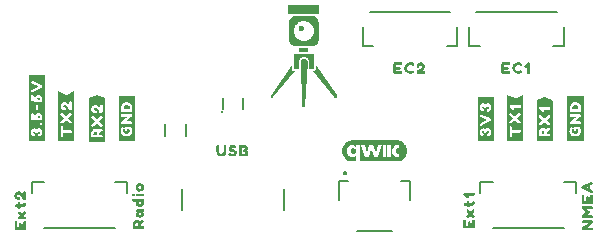
<source format=gto>
G04 EAGLE Gerber RS-274X export*
G75*
%MOMM*%
%FSLAX34Y34*%
%LPD*%
%INSilkscreen Top*%
%IPPOS*%
%AMOC8*
5,1,8,0,0,1.08239X$1,22.5*%
G01*
%ADD10C,0.203200*%
%ADD11C,0.300000*%
%ADD12C,0.152400*%

G36*
X314203Y60997D02*
X314203Y60997D01*
X314224Y61000D01*
X314233Y61017D01*
X314242Y61023D01*
X314240Y61032D01*
X314247Y61046D01*
X314263Y61433D01*
X314262Y61434D01*
X314263Y61435D01*
X314263Y65670D01*
X314263Y65671D01*
X314253Y66064D01*
X314246Y66075D01*
X314248Y66088D01*
X314228Y66101D01*
X314215Y66121D01*
X314202Y66118D01*
X314191Y66126D01*
X314157Y66111D01*
X314148Y66109D01*
X314147Y66106D01*
X314144Y66105D01*
X313713Y65619D01*
X313310Y65292D01*
X312863Y65029D01*
X312378Y64844D01*
X311871Y64727D01*
X311353Y64674D01*
X310832Y64695D01*
X310311Y64744D01*
X309804Y64863D01*
X309305Y65015D01*
X308842Y65253D01*
X308392Y65514D01*
X308004Y65862D01*
X307639Y66232D01*
X307334Y66655D01*
X307073Y67105D01*
X306857Y67581D01*
X306697Y68077D01*
X306571Y68586D01*
X306498Y69103D01*
X306458Y69626D01*
X306453Y70150D01*
X306493Y70673D01*
X306560Y71191D01*
X306686Y71700D01*
X306843Y72197D01*
X307060Y72672D01*
X307322Y73121D01*
X307629Y73542D01*
X307997Y73910D01*
X308386Y74256D01*
X308841Y74509D01*
X309309Y74736D01*
X309808Y74888D01*
X310318Y74993D01*
X310839Y75041D01*
X311360Y75050D01*
X311878Y74991D01*
X312383Y74867D01*
X312866Y74676D01*
X313313Y74412D01*
X313717Y74090D01*
X314147Y73542D01*
X314162Y73537D01*
X314170Y73524D01*
X314192Y73527D01*
X314212Y73520D01*
X314222Y73531D01*
X314238Y73533D01*
X314250Y73561D01*
X314258Y73569D01*
X314257Y73575D01*
X314260Y73580D01*
X314263Y74080D01*
X314263Y74609D01*
X314266Y74951D01*
X317501Y74951D01*
X317502Y74951D01*
X317519Y74951D01*
X317519Y61333D01*
X317520Y61331D01*
X317520Y61329D01*
X317536Y61045D01*
X317549Y61028D01*
X317552Y61007D01*
X317570Y60999D01*
X317577Y60990D01*
X317586Y60992D01*
X317599Y60986D01*
X348527Y60986D01*
X348530Y60988D01*
X348533Y60986D01*
X350114Y61137D01*
X350116Y61139D01*
X350119Y61138D01*
X350637Y61235D01*
X350640Y61238D01*
X350644Y61237D01*
X352156Y61719D01*
X352160Y61723D01*
X352167Y61724D01*
X353563Y62481D01*
X353565Y62486D01*
X353572Y62488D01*
X354805Y63487D01*
X354806Y63490D01*
X354811Y63492D01*
X355174Y63874D01*
X355175Y63876D01*
X355177Y63877D01*
X355851Y64694D01*
X355851Y64696D01*
X355854Y64698D01*
X356157Y65129D01*
X356157Y65132D01*
X356161Y65135D01*
X356905Y66537D01*
X356905Y66542D01*
X356906Y66543D01*
X356908Y66545D01*
X356908Y66546D01*
X356910Y66547D01*
X357380Y68064D01*
X357379Y68069D01*
X357383Y68074D01*
X357453Y68597D01*
X357453Y68598D01*
X357453Y68599D01*
X357559Y69653D01*
X357558Y69655D01*
X357560Y69658D01*
X357568Y70185D01*
X357566Y70187D01*
X357568Y70192D01*
X357408Y71772D01*
X357404Y71776D01*
X357405Y71784D01*
X356934Y73300D01*
X356931Y73303D01*
X356931Y73308D01*
X356708Y73786D01*
X356706Y73787D01*
X356706Y73789D01*
X356201Y74720D01*
X356199Y74721D01*
X356198Y74724D01*
X355908Y75164D01*
X355906Y75165D01*
X355904Y75170D01*
X355231Y75986D01*
X355229Y75986D01*
X355229Y75988D01*
X355196Y76024D01*
X355140Y76087D01*
X355084Y76150D01*
X355028Y76213D01*
X354972Y76275D01*
X354916Y76338D01*
X354877Y76381D01*
X354873Y76382D01*
X354870Y76388D01*
X353645Y77398D01*
X353640Y77399D01*
X353635Y77405D01*
X352241Y78164D01*
X352237Y78164D01*
X352233Y78168D01*
X351738Y78351D01*
X351737Y78351D01*
X351735Y78352D01*
X350724Y78666D01*
X350722Y78666D01*
X350719Y78668D01*
X350205Y78782D01*
X350202Y78780D01*
X350198Y78783D01*
X349144Y78889D01*
X348619Y78942D01*
X348616Y78941D01*
X348612Y78942D01*
X311561Y78942D01*
X311559Y78941D01*
X311555Y78942D01*
X309975Y78794D01*
X309973Y78793D01*
X309970Y78794D01*
X309451Y78703D01*
X309448Y78700D01*
X309443Y78701D01*
X307928Y78225D01*
X307925Y78221D01*
X307917Y78220D01*
X306522Y77463D01*
X306520Y77459D01*
X306514Y77457D01*
X306094Y77137D01*
X306094Y77136D01*
X306092Y77136D01*
X305276Y76462D01*
X305275Y76459D01*
X305271Y76458D01*
X304903Y76080D01*
X304902Y76078D01*
X304899Y76076D01*
X304226Y75260D01*
X304225Y75258D01*
X304223Y75256D01*
X303915Y74829D01*
X303914Y74825D01*
X303910Y74822D01*
X303160Y73423D01*
X303161Y73418D01*
X303156Y73412D01*
X302685Y71896D01*
X302686Y71891D01*
X302683Y71886D01*
X302606Y71364D01*
X302607Y71363D01*
X302606Y71361D01*
X302499Y70308D01*
X302500Y70306D01*
X302499Y70304D01*
X302484Y69777D01*
X302486Y69774D01*
X302484Y69769D01*
X302644Y68189D01*
X302647Y68185D01*
X302646Y68177D01*
X303111Y66659D01*
X303114Y66657D01*
X303114Y66652D01*
X303332Y66172D01*
X303334Y66171D01*
X303334Y66168D01*
X303839Y65238D01*
X303841Y65236D01*
X303841Y65234D01*
X304126Y64790D01*
X304129Y64788D01*
X304131Y64784D01*
X304140Y64772D01*
X304193Y64710D01*
X304246Y64647D01*
X304404Y64459D01*
X304457Y64396D01*
X304510Y64333D01*
X304562Y64270D01*
X304615Y64208D01*
X304668Y64145D01*
X304826Y63957D01*
X304879Y63894D01*
X304932Y63831D01*
X304985Y63768D01*
X305037Y63706D01*
X305152Y63569D01*
X305157Y63568D01*
X305160Y63561D01*
X306385Y62551D01*
X306390Y62550D01*
X306395Y62544D01*
X307785Y61780D01*
X307789Y61780D01*
X307793Y61776D01*
X308285Y61587D01*
X308287Y61587D01*
X308289Y61585D01*
X309300Y61272D01*
X309302Y61272D01*
X309304Y61270D01*
X309817Y61150D01*
X309821Y61151D01*
X309825Y61149D01*
X311405Y60989D01*
X311408Y60991D01*
X311411Y60989D01*
X314185Y60986D01*
X314203Y60997D01*
G37*
G36*
X50638Y78380D02*
X50638Y78380D01*
X50646Y78382D01*
X50846Y78882D01*
X50842Y78895D01*
X50849Y78900D01*
X50849Y134400D01*
X50813Y134447D01*
X50810Y134445D01*
X50808Y134449D01*
X50208Y134549D01*
X50203Y134546D01*
X50200Y134549D01*
X37300Y134549D01*
X37253Y134513D01*
X37254Y134511D01*
X37252Y134509D01*
X37251Y134508D01*
X37151Y133908D01*
X37154Y133903D01*
X37151Y133900D01*
X37151Y78600D01*
X37180Y78562D01*
X37182Y78554D01*
X37682Y78354D01*
X37695Y78358D01*
X37700Y78351D01*
X50600Y78351D01*
X50638Y78380D01*
G37*
G36*
X277104Y159054D02*
X277104Y159054D01*
X277108Y159051D01*
X277113Y159061D01*
X277147Y159087D01*
X277135Y159103D01*
X277140Y159111D01*
X277156Y159078D01*
X277199Y159057D01*
X277204Y159051D01*
X278404Y159151D01*
X278413Y159159D01*
X278419Y159155D01*
X279116Y159453D01*
X279512Y159552D01*
X279518Y159560D01*
X279524Y159557D01*
X280224Y159957D01*
X280227Y159963D01*
X280232Y159962D01*
X280832Y160462D01*
X280832Y160466D01*
X280835Y160465D01*
X281135Y160765D01*
X281135Y160769D01*
X281138Y160768D01*
X281638Y161368D01*
X281638Y161375D01*
X281643Y161376D01*
X282042Y162074D01*
X282241Y162373D01*
X282240Y162381D01*
X282247Y162386D01*
X282246Y162387D01*
X282248Y162388D01*
X282548Y163588D01*
X282544Y163596D01*
X282549Y163600D01*
X282549Y178800D01*
X282547Y178803D01*
X282549Y178804D01*
X282449Y180004D01*
X282444Y180009D01*
X282447Y180014D01*
X282247Y180714D01*
X282242Y180718D01*
X282244Y180722D01*
X282044Y181122D01*
X282042Y181123D01*
X282043Y181124D01*
X281643Y181824D01*
X281637Y181827D01*
X281638Y181832D01*
X281139Y182430D01*
X280941Y182727D01*
X280929Y182732D01*
X280929Y182740D01*
X280229Y183240D01*
X280227Y183240D01*
X280227Y183241D01*
X279627Y183641D01*
X279623Y183641D01*
X279622Y183644D01*
X279222Y183844D01*
X279214Y183843D01*
X279212Y183848D01*
X278012Y184148D01*
X278008Y184146D01*
X278006Y184149D01*
X277206Y184249D01*
X277202Y184247D01*
X277200Y184249D01*
X262800Y184249D01*
X262796Y184246D01*
X262794Y184249D01*
X261994Y184149D01*
X261991Y184146D01*
X261988Y184148D01*
X261588Y184048D01*
X261587Y184047D01*
X261586Y184047D01*
X260886Y183847D01*
X260882Y183842D01*
X260878Y183844D01*
X260479Y183645D01*
X259781Y183345D01*
X259775Y183336D01*
X259768Y183338D01*
X259168Y182838D01*
X259168Y182834D01*
X259165Y182835D01*
X258865Y182535D01*
X258865Y182531D01*
X258862Y182532D01*
X258362Y181932D01*
X258362Y181925D01*
X258357Y181924D01*
X257957Y181224D01*
X257958Y181222D01*
X257956Y181222D01*
X257756Y180822D01*
X257757Y180814D01*
X257752Y180812D01*
X257452Y179612D01*
X257456Y179604D01*
X257451Y179600D01*
X257451Y163700D01*
X257456Y163693D01*
X257452Y163688D01*
X257752Y162488D01*
X257758Y162483D01*
X257756Y162478D01*
X257956Y162078D01*
X257958Y162077D01*
X257957Y162076D01*
X258357Y161376D01*
X258363Y161373D01*
X258362Y161368D01*
X258861Y160770D01*
X259059Y160473D01*
X259071Y160468D01*
X259071Y160460D01*
X259771Y159960D01*
X259775Y159960D01*
X259776Y159957D01*
X260476Y159557D01*
X260483Y159558D01*
X260484Y159553D01*
X260783Y159454D01*
X261583Y159154D01*
X261595Y159158D01*
X261600Y159151D01*
X261997Y159151D01*
X262794Y159051D01*
X262798Y159053D01*
X262800Y159051D01*
X277100Y159051D01*
X277104Y159054D01*
G37*
G36*
X75205Y78354D02*
X75205Y78354D01*
X75208Y78351D01*
X75808Y78451D01*
X75849Y78495D01*
X75846Y78498D01*
X75849Y78500D01*
X75849Y119800D01*
X75840Y119813D01*
X75844Y119822D01*
X75644Y120222D01*
X75591Y120248D01*
X75587Y120240D01*
X75578Y120244D01*
X69582Y117246D01*
X68905Y117053D01*
X62322Y120344D01*
X62321Y120344D01*
X62321Y120345D01*
X62319Y120343D01*
X62264Y120333D01*
X62267Y120316D01*
X62251Y120308D01*
X62151Y119708D01*
X62154Y119703D01*
X62151Y119700D01*
X62151Y78900D01*
X62155Y78894D01*
X62152Y78890D01*
X62252Y78390D01*
X62296Y78351D01*
X62298Y78353D01*
X62300Y78351D01*
X75200Y78351D01*
X75205Y78354D01*
G37*
G36*
X101311Y77359D02*
X101311Y77359D01*
X101318Y77354D01*
X101818Y77554D01*
X101833Y77578D01*
X101840Y77584D01*
X101838Y77587D01*
X101843Y77595D01*
X101849Y77600D01*
X101849Y114200D01*
X101830Y114225D01*
X101831Y114238D01*
X101331Y114638D01*
X101323Y114639D01*
X101322Y114644D01*
X95222Y117644D01*
X95201Y117640D01*
X95192Y117649D01*
X94592Y117549D01*
X94585Y117541D01*
X94578Y117544D01*
X88478Y114544D01*
X88469Y114527D01*
X88458Y114525D01*
X88158Y114025D01*
X88159Y114011D01*
X88153Y114006D01*
X88155Y114003D01*
X88151Y114000D01*
X88151Y77900D01*
X88159Y77889D01*
X88154Y77882D01*
X88354Y77382D01*
X88395Y77357D01*
X88400Y77351D01*
X101300Y77351D01*
X101311Y77359D01*
G37*
G36*
X126747Y78387D02*
X126747Y78387D01*
X126745Y78390D01*
X126749Y78392D01*
X126849Y78992D01*
X126846Y78997D01*
X126849Y79000D01*
X126849Y116200D01*
X126813Y116247D01*
X126806Y116242D01*
X126800Y116249D01*
X113300Y116249D01*
X113253Y116213D01*
X113255Y116210D01*
X113251Y116208D01*
X113151Y115608D01*
X113154Y115603D01*
X113151Y115600D01*
X113151Y78400D01*
X113187Y78353D01*
X113194Y78358D01*
X113200Y78351D01*
X126700Y78351D01*
X126747Y78387D01*
G37*
G36*
X506747Y78387D02*
X506747Y78387D01*
X506745Y78390D01*
X506749Y78392D01*
X506849Y78992D01*
X506846Y78997D01*
X506849Y79000D01*
X506849Y116200D01*
X506813Y116247D01*
X506806Y116242D01*
X506800Y116249D01*
X493300Y116249D01*
X493253Y116213D01*
X493255Y116210D01*
X493251Y116208D01*
X493151Y115608D01*
X493154Y115603D01*
X493151Y115600D01*
X493151Y78400D01*
X493187Y78353D01*
X493194Y78358D01*
X493200Y78351D01*
X506700Y78351D01*
X506747Y78387D01*
G37*
G36*
X455747Y78387D02*
X455747Y78387D01*
X455745Y78390D01*
X455749Y78392D01*
X455849Y78992D01*
X455846Y78997D01*
X455849Y79000D01*
X455849Y116900D01*
X455845Y116906D01*
X455848Y116910D01*
X455748Y117410D01*
X455704Y117449D01*
X455693Y117437D01*
X455678Y117444D01*
X449000Y114155D01*
X448422Y114444D01*
X442422Y117444D01*
X442364Y117433D01*
X442365Y117424D01*
X442356Y117422D01*
X442156Y117022D01*
X442159Y117006D01*
X442151Y117000D01*
X442151Y78500D01*
X442187Y78453D01*
X442190Y78455D01*
X442192Y78451D01*
X442792Y78351D01*
X442797Y78354D01*
X442800Y78351D01*
X455700Y78351D01*
X455747Y78387D01*
G37*
G36*
X430638Y78380D02*
X430638Y78380D01*
X430646Y78382D01*
X430846Y78882D01*
X430842Y78895D01*
X430849Y78900D01*
X430849Y115400D01*
X430813Y115447D01*
X430810Y115445D01*
X430808Y115449D01*
X430208Y115549D01*
X430203Y115546D01*
X430200Y115549D01*
X417300Y115549D01*
X417253Y115513D01*
X417255Y115510D01*
X417251Y115508D01*
X417151Y114908D01*
X417154Y114903D01*
X417151Y114900D01*
X417151Y78600D01*
X417180Y78562D01*
X417182Y78554D01*
X417682Y78354D01*
X417695Y78358D01*
X417700Y78351D01*
X430600Y78351D01*
X430638Y78380D01*
G37*
G36*
X480847Y78387D02*
X480847Y78387D01*
X480842Y78394D01*
X480849Y78400D01*
X480849Y112200D01*
X480835Y112218D01*
X480838Y112231D01*
X480438Y112731D01*
X480424Y112735D01*
X480422Y112744D01*
X474322Y115744D01*
X474306Y115741D01*
X474300Y115749D01*
X473700Y115749D01*
X473687Y115740D01*
X473678Y115744D01*
X467578Y112744D01*
X467571Y112731D01*
X467562Y112731D01*
X467162Y112231D01*
X467161Y112208D01*
X467151Y112200D01*
X467151Y78400D01*
X467187Y78353D01*
X467194Y78358D01*
X467200Y78351D01*
X480800Y78351D01*
X480847Y78387D01*
G37*
%LPC*%
G36*
X269716Y163147D02*
X269716Y163147D01*
X269707Y163144D01*
X269704Y163149D01*
X268508Y163249D01*
X268112Y163348D01*
X266920Y163646D01*
X266627Y163841D01*
X266621Y163841D01*
X266620Y163845D01*
X265528Y164341D01*
X265235Y164635D01*
X265230Y164635D01*
X265230Y164639D01*
X263934Y165636D01*
X262942Y166827D01*
X262246Y168219D01*
X261747Y169714D01*
X261649Y170108D01*
X261549Y171302D01*
X261549Y171697D01*
X261748Y173289D01*
X262246Y174782D01*
X262941Y176271D01*
X263235Y176565D01*
X263235Y176570D01*
X263239Y176570D01*
X263937Y177468D01*
X264233Y177763D01*
X265126Y178458D01*
X265522Y178656D01*
X265523Y178659D01*
X265525Y178658D01*
X266523Y179257D01*
X266918Y179454D01*
X268012Y179752D01*
X268409Y179852D01*
X270000Y180050D01*
X271591Y179852D01*
X271988Y179752D01*
X273082Y179454D01*
X273478Y179256D01*
X273479Y179256D01*
X273480Y179255D01*
X274572Y178759D01*
X274865Y178465D01*
X274870Y178465D01*
X274870Y178461D01*
X275768Y177763D01*
X276063Y177467D01*
X277059Y176272D01*
X277855Y174880D01*
X278351Y173293D01*
X278351Y173000D01*
X278353Y172997D01*
X278351Y172996D01*
X278451Y171798D01*
X278451Y171402D01*
X278351Y169809D01*
X277855Y168220D01*
X277059Y166828D01*
X276063Y165633D01*
X275768Y165337D01*
X274871Y164640D01*
X274575Y164442D01*
X273477Y163844D01*
X273082Y163646D01*
X271988Y163348D01*
X271591Y163249D01*
X270005Y163050D01*
X269716Y163147D01*
G37*
%LPD*%
G36*
X283147Y186187D02*
X283147Y186187D01*
X283142Y186194D01*
X283149Y186200D01*
X283149Y192900D01*
X283133Y192921D01*
X283135Y192935D01*
X282935Y193135D01*
X282910Y193138D01*
X282905Y193144D01*
X282904Y193144D01*
X282900Y193149D01*
X257000Y193149D01*
X256953Y193113D01*
X256955Y193110D01*
X256953Y193108D01*
X256956Y193104D01*
X256951Y193100D01*
X256951Y186300D01*
X256976Y186267D01*
X256978Y186256D01*
X257178Y186156D01*
X257194Y186159D01*
X257200Y186151D01*
X283100Y186151D01*
X283147Y186187D01*
G37*
G36*
X270413Y106860D02*
X270413Y106860D01*
X270422Y106856D01*
X270822Y107056D01*
X270830Y107072D01*
X270841Y107073D01*
X271041Y107373D01*
X271041Y107377D01*
X271044Y107378D01*
X271244Y107778D01*
X271241Y107794D01*
X271249Y107800D01*
X271249Y108198D01*
X273249Y144897D01*
X273248Y144899D01*
X273249Y144900D01*
X273249Y145700D01*
X273244Y145707D01*
X273248Y145712D01*
X273148Y146112D01*
X273138Y146120D01*
X273141Y146127D01*
X272943Y146425D01*
X272744Y146822D01*
X272734Y146827D01*
X272735Y146835D01*
X272435Y147135D01*
X272428Y147136D01*
X272427Y147141D01*
X272131Y147338D01*
X271835Y147635D01*
X271828Y147636D01*
X271827Y147641D01*
X271527Y147841D01*
X271515Y147840D01*
X271512Y147848D01*
X270712Y148048D01*
X270704Y148044D01*
X270700Y148049D01*
X269900Y148049D01*
X269893Y148044D01*
X269888Y148048D01*
X269088Y147848D01*
X269080Y147838D01*
X269073Y147841D01*
X268775Y147643D01*
X268378Y147444D01*
X268373Y147434D01*
X268365Y147435D01*
X268065Y147135D01*
X268064Y147128D01*
X268059Y147127D01*
X267659Y146527D01*
X267659Y146523D01*
X267656Y146522D01*
X267456Y146122D01*
X267457Y146118D01*
X267454Y146116D01*
X267456Y146114D01*
X267452Y146112D01*
X267252Y145312D01*
X267256Y145304D01*
X267251Y145300D01*
X267251Y144900D01*
X267252Y144899D01*
X267251Y144898D01*
X268851Y108199D01*
X268851Y107800D01*
X268858Y107791D01*
X268853Y107784D01*
X268953Y107484D01*
X268967Y107475D01*
X268965Y107465D01*
X269265Y107165D01*
X269272Y107164D01*
X269273Y107159D01*
X269573Y106959D01*
X269585Y106960D01*
X269588Y106952D01*
X269988Y106852D01*
X269996Y106856D01*
X270000Y106851D01*
X270400Y106851D01*
X270413Y106860D01*
G37*
G36*
X265721Y138867D02*
X265721Y138867D01*
X265735Y138865D01*
X265935Y139065D01*
X265937Y139078D01*
X265944Y139084D01*
X265938Y139092D01*
X265939Y139093D01*
X265949Y139102D01*
X265749Y145101D01*
X265749Y145494D01*
X265848Y145888D01*
X265844Y145896D01*
X265849Y145900D01*
X265849Y146188D01*
X266044Y146578D01*
X266043Y146586D01*
X266048Y146588D01*
X266146Y146980D01*
X266341Y147273D01*
X266341Y147277D01*
X266344Y147278D01*
X266541Y147671D01*
X267135Y148265D01*
X267136Y148272D01*
X267141Y148273D01*
X267334Y148562D01*
X267722Y148756D01*
X267724Y148760D01*
X267727Y148759D01*
X268025Y148957D01*
X268419Y149154D01*
X268716Y149253D01*
X268719Y149258D01*
X268722Y149256D01*
X269112Y149451D01*
X269500Y149451D01*
X269507Y149456D01*
X269512Y149452D01*
X269906Y149551D01*
X270694Y149551D01*
X271880Y149254D01*
X272173Y149059D01*
X272185Y149060D01*
X272188Y149052D01*
X272575Y148956D01*
X272865Y148665D01*
X272872Y148664D01*
X272873Y148659D01*
X273169Y148462D01*
X273762Y147869D01*
X274157Y147275D01*
X274554Y146481D01*
X274653Y146186D01*
X274751Y145794D01*
X274751Y145001D01*
X274451Y139002D01*
X274484Y138953D01*
X274784Y138853D01*
X274795Y138857D01*
X274800Y138851D01*
X278000Y138851D01*
X278013Y138860D01*
X278022Y138856D01*
X278422Y139056D01*
X278430Y139072D01*
X278441Y139073D01*
X278641Y139373D01*
X278641Y139378D01*
X278642Y139379D01*
X278640Y139382D01*
X278640Y139393D01*
X278649Y139400D01*
X278649Y151800D01*
X278633Y151821D01*
X278635Y151835D01*
X278335Y152135D01*
X278316Y152137D01*
X278312Y152148D01*
X277912Y152248D01*
X277910Y152247D01*
X277902Y152247D01*
X277900Y152249D01*
X261900Y152249D01*
X261897Y152247D01*
X261896Y152247D01*
X261884Y152237D01*
X261873Y152241D01*
X261573Y152041D01*
X261568Y152028D01*
X261559Y152027D01*
X261359Y151727D01*
X261359Y151721D01*
X261356Y151718D01*
X261360Y151713D01*
X261360Y151707D01*
X261351Y151700D01*
X261351Y139700D01*
X261356Y139693D01*
X261352Y139688D01*
X261452Y139288D01*
X261462Y139280D01*
X261459Y139273D01*
X261659Y138973D01*
X261683Y138964D01*
X261688Y138952D01*
X262088Y138852D01*
X262096Y138856D01*
X262100Y138851D01*
X265700Y138851D01*
X265721Y138867D01*
G37*
G36*
X297107Y114956D02*
X297107Y114956D01*
X297112Y114952D01*
X297512Y115052D01*
X297520Y115062D01*
X297527Y115059D01*
X297827Y115259D01*
X297832Y115272D01*
X297841Y115273D01*
X298041Y115573D01*
X298041Y115577D01*
X298041Y115578D01*
X298041Y115579D01*
X298040Y115585D01*
X298048Y115588D01*
X298148Y115988D01*
X298144Y115996D01*
X298149Y116000D01*
X298149Y116400D01*
X298140Y116413D01*
X298144Y116422D01*
X297944Y116822D01*
X297939Y116824D01*
X297941Y116828D01*
X280341Y142528D01*
X280284Y142547D01*
X280280Y142533D01*
X280265Y142535D01*
X280165Y142435D01*
X280162Y142408D01*
X280151Y142400D01*
X280151Y139206D01*
X280054Y138817D01*
X279859Y138429D01*
X279565Y138135D01*
X279564Y138128D01*
X279559Y138127D01*
X279366Y137838D01*
X278981Y137646D01*
X278686Y137547D01*
X277888Y137348D01*
X277876Y137333D01*
X277865Y137335D01*
X277765Y137235D01*
X277757Y137176D01*
X277764Y137175D01*
X277762Y137168D01*
X295962Y115368D01*
X295966Y115368D01*
X295965Y115365D01*
X296265Y115065D01*
X296284Y115063D01*
X296288Y115052D01*
X296688Y114952D01*
X296696Y114956D01*
X296700Y114951D01*
X297100Y114951D01*
X297107Y114956D01*
G37*
G36*
X243412Y114952D02*
X243412Y114952D01*
X243420Y114962D01*
X243427Y114959D01*
X244027Y115359D01*
X244031Y115369D01*
X244038Y115368D01*
X262238Y137168D01*
X262241Y137228D01*
X262234Y137228D01*
X262235Y137235D01*
X262135Y137335D01*
X262116Y137337D01*
X262112Y137348D01*
X261312Y137548D01*
X260925Y137644D01*
X260338Y138231D01*
X260143Y138525D01*
X259946Y138919D01*
X259849Y139208D01*
X259849Y142400D01*
X259833Y142421D01*
X259835Y142435D01*
X259735Y142535D01*
X259676Y142543D01*
X259674Y142528D01*
X259659Y142528D01*
X242059Y116728D01*
X242060Y116723D01*
X242056Y116722D01*
X241856Y116322D01*
X241859Y116306D01*
X241851Y116300D01*
X241851Y115900D01*
X241858Y115891D01*
X241853Y115884D01*
X241953Y115584D01*
X241967Y115575D01*
X241965Y115565D01*
X242565Y114965D01*
X242584Y114963D01*
X242588Y114952D01*
X242988Y114852D01*
X243004Y114859D01*
X243012Y114852D01*
X243412Y114952D01*
G37*
%LPC*%
G36*
X321907Y64797D02*
X321907Y64797D01*
X321868Y64889D01*
X318144Y74957D01*
X318182Y74957D01*
X318428Y74951D01*
X318429Y74951D01*
X321507Y74951D01*
X321508Y74950D01*
X321508Y74946D01*
X323455Y68346D01*
X323457Y68344D01*
X323457Y68341D01*
X323555Y68088D01*
X323568Y68079D01*
X323572Y68063D01*
X323593Y68061D01*
X323610Y68048D01*
X323624Y68056D01*
X323640Y68054D01*
X323658Y68076D01*
X323669Y68082D01*
X323669Y68089D01*
X323673Y68094D01*
X325638Y74855D01*
X325667Y74951D01*
X328804Y74951D01*
X328881Y74681D01*
X330812Y68076D01*
X330825Y68065D01*
X330829Y68048D01*
X330848Y68044D01*
X330863Y68031D01*
X330879Y68039D01*
X330896Y68036D01*
X330914Y68055D01*
X330925Y68060D01*
X330926Y68068D01*
X330931Y68073D01*
X331081Y68513D01*
X331081Y68514D01*
X331082Y68516D01*
X332880Y74608D01*
X332879Y74608D01*
X332880Y74608D01*
X332979Y74951D01*
X336108Y74951D01*
X336133Y74950D01*
X332544Y65099D01*
X332433Y64797D01*
X329193Y64797D01*
X329087Y65100D01*
X327372Y70662D01*
X327241Y71105D01*
X327227Y71117D01*
X327223Y71134D01*
X327204Y71137D01*
X327189Y71149D01*
X327173Y71142D01*
X327155Y71145D01*
X327139Y71126D01*
X327128Y71121D01*
X327127Y71112D01*
X327121Y71106D01*
X325207Y64966D01*
X325153Y64797D01*
X321907Y64797D01*
G37*
%LPD*%
%LPC*%
G36*
X98218Y90549D02*
X98218Y90549D01*
X97632Y91037D01*
X95133Y93336D01*
X95108Y93339D01*
X95100Y93349D01*
X94600Y93349D01*
X94581Y93335D01*
X94568Y93338D01*
X91968Y91138D01*
X91378Y90646D01*
X90913Y90553D01*
X90435Y90935D01*
X89949Y91518D01*
X89949Y91985D01*
X90337Y92567D01*
X92932Y94762D01*
X92938Y94792D01*
X92949Y94800D01*
X92949Y95300D01*
X92932Y95323D01*
X92933Y95337D01*
X90435Y97534D01*
X89949Y98118D01*
X89949Y98584D01*
X90436Y99266D01*
X90914Y99648D01*
X91479Y99554D01*
X92068Y99063D01*
X94567Y96764D01*
X94590Y96762D01*
X94595Y96755D01*
X94597Y96755D01*
X94600Y96751D01*
X95000Y96751D01*
X95020Y96766D01*
X95033Y96764D01*
X97532Y99063D01*
X98118Y99551D01*
X98600Y99551D01*
X98647Y99587D01*
X98642Y99594D01*
X98647Y99598D01*
X98646Y99600D01*
X98649Y99602D01*
X98549Y101802D01*
X98518Y101840D01*
X98516Y101847D01*
X97919Y102046D01*
X97329Y102341D01*
X96837Y102833D01*
X96441Y103328D01*
X95443Y105124D01*
X95434Y105128D01*
X95435Y105135D01*
X94937Y105633D01*
X94538Y106131D01*
X94524Y106134D01*
X94522Y106144D01*
X93922Y106444D01*
X93912Y106442D01*
X93908Y106449D01*
X93308Y106549D01*
X93285Y106537D01*
X93273Y106541D01*
X92673Y106141D01*
X92668Y106126D01*
X92658Y106125D01*
X92358Y105625D01*
X92360Y105607D01*
X92351Y105600D01*
X92351Y104900D01*
X92365Y104881D01*
X92362Y104868D01*
X92862Y104268D01*
X92886Y104263D01*
X92892Y104251D01*
X93492Y104151D01*
X93493Y104152D01*
X93493Y104151D01*
X94177Y104054D01*
X94554Y103677D01*
X94650Y103000D01*
X94554Y102227D01*
X94181Y101947D01*
X93500Y101850D01*
X92811Y101948D01*
X92219Y102146D01*
X91627Y102442D01*
X91035Y102935D01*
X90640Y103428D01*
X90346Y103920D01*
X90149Y104607D01*
X90149Y105993D01*
X90346Y106682D01*
X90642Y107273D01*
X91034Y107763D01*
X91626Y108158D01*
X92120Y108454D01*
X92811Y108652D01*
X93404Y108751D01*
X94093Y108751D01*
X94782Y108554D01*
X95373Y108258D01*
X95865Y107865D01*
X96362Y107268D01*
X96366Y107268D01*
X96365Y107265D01*
X96859Y106771D01*
X97155Y106180D01*
X97354Y105682D01*
X97373Y105670D01*
X97387Y105653D01*
X97394Y105658D01*
X97405Y105651D01*
X97423Y105680D01*
X97449Y105700D01*
X97449Y108097D01*
X97546Y108774D01*
X98017Y109151D01*
X98697Y109151D01*
X99370Y109055D01*
X99651Y108586D01*
X99651Y103203D01*
X99553Y102520D01*
X99171Y102042D01*
X98584Y101847D01*
X98551Y101798D01*
X98651Y99598D01*
X98670Y99575D01*
X98669Y99562D01*
X99165Y99165D01*
X99651Y98582D01*
X99651Y98120D01*
X99166Y97636D01*
X96567Y95337D01*
X96562Y95308D01*
X96551Y95300D01*
X96551Y94900D01*
X96569Y94876D01*
X96568Y94862D01*
X99165Y92665D01*
X99651Y92082D01*
X99651Y91615D01*
X99263Y91033D01*
X98682Y90549D01*
X98218Y90549D01*
G37*
%LPD*%
%LPC*%
G36*
X64817Y82049D02*
X64817Y82049D01*
X64347Y82426D01*
X64249Y83303D01*
X64249Y89997D01*
X64346Y90673D01*
X64730Y90961D01*
X64737Y90986D01*
X64748Y90995D01*
X64749Y90995D01*
X64949Y93095D01*
X64930Y93125D01*
X64931Y93138D01*
X64435Y93535D01*
X63949Y94118D01*
X63949Y94585D01*
X64337Y95167D01*
X66932Y97362D01*
X66938Y97390D01*
X66947Y97397D01*
X66947Y97398D01*
X66949Y97400D01*
X66949Y97900D01*
X66932Y97923D01*
X66933Y97937D01*
X64435Y100134D01*
X63949Y100718D01*
X63949Y101185D01*
X64337Y101767D01*
X64913Y102247D01*
X65381Y102154D01*
X65969Y101761D01*
X68467Y99464D01*
X68492Y99461D01*
X68500Y99451D01*
X69000Y99451D01*
X69020Y99466D01*
X69033Y99464D01*
X71531Y101761D01*
X72119Y102154D01*
X72590Y102248D01*
X73167Y101863D01*
X73651Y101282D01*
X73651Y100720D01*
X73166Y100236D01*
X70667Y98037D01*
X70665Y98023D01*
X70654Y98015D01*
X70656Y98012D01*
X70652Y98010D01*
X70552Y97510D01*
X70568Y97475D01*
X70567Y97463D01*
X73066Y95264D01*
X73651Y94680D01*
X73651Y94215D01*
X73263Y93633D01*
X72682Y93149D01*
X72218Y93149D01*
X71632Y93637D01*
X69133Y95936D01*
X69108Y95939D01*
X69100Y95949D01*
X68600Y95949D01*
X68580Y95934D01*
X68567Y95937D01*
X66068Y93738D01*
X65478Y93246D01*
X64990Y93148D01*
X64953Y93106D01*
X64951Y93105D01*
X64751Y91005D01*
X64782Y90954D01*
X64793Y90960D01*
X64800Y90951D01*
X65486Y90951D01*
X65955Y90670D01*
X66051Y89997D01*
X66051Y88000D01*
X66067Y87979D01*
X66065Y87965D01*
X66365Y87665D01*
X66390Y87662D01*
X66392Y87659D01*
X66394Y87659D01*
X66400Y87651D01*
X72497Y87651D01*
X73180Y87553D01*
X73651Y87176D01*
X73651Y85826D01*
X73085Y85449D01*
X66400Y85449D01*
X66374Y85430D01*
X66361Y85430D01*
X66061Y85030D01*
X66061Y85019D01*
X66053Y85013D01*
X66058Y85006D01*
X66051Y85000D01*
X66051Y83003D01*
X65955Y82330D01*
X65486Y82049D01*
X64817Y82049D01*
G37*
%LPD*%
G36*
X220104Y65254D02*
X220104Y65254D01*
X220107Y65251D01*
X220807Y65351D01*
X220812Y65356D01*
X220816Y65353D01*
X221416Y65553D01*
X221421Y65561D01*
X221427Y65559D01*
X222027Y65959D01*
X222031Y65969D01*
X222038Y65969D01*
X222438Y66469D01*
X222439Y66473D01*
X222441Y66473D01*
X222841Y67073D01*
X222840Y67088D01*
X222849Y67093D01*
X223049Y68493D01*
X223044Y68502D01*
X223049Y68507D01*
X222949Y69207D01*
X222941Y69215D01*
X222944Y69222D01*
X222644Y69822D01*
X222637Y69825D01*
X222638Y69831D01*
X222261Y70303D01*
X222441Y70573D01*
X222440Y70582D01*
X222447Y70584D01*
X222647Y71184D01*
X222645Y71191D01*
X222649Y71193D01*
X222749Y71893D01*
X222744Y71902D01*
X222749Y71907D01*
X222649Y72607D01*
X222644Y72612D01*
X222647Y72616D01*
X222447Y73216D01*
X222442Y73219D01*
X222444Y73222D01*
X222144Y73822D01*
X222134Y73827D01*
X222135Y73835D01*
X221635Y74335D01*
X221623Y74336D01*
X221622Y74344D01*
X221022Y74644D01*
X221015Y74643D01*
X221014Y74647D01*
X220314Y74847D01*
X220304Y74844D01*
X220300Y74849D01*
X216100Y74849D01*
X216085Y74838D01*
X216075Y74842D01*
X215575Y74542D01*
X215564Y74514D01*
X215551Y74508D01*
X215451Y73908D01*
X215454Y73903D01*
X215451Y73900D01*
X215451Y65700D01*
X215470Y65674D01*
X215470Y65661D01*
X215870Y65361D01*
X215888Y65361D01*
X215894Y65351D01*
X216694Y65251D01*
X216698Y65253D01*
X216700Y65251D01*
X220100Y65251D01*
X220104Y65254D01*
G37*
G36*
X514218Y13065D02*
X514218Y13065D01*
X514231Y13062D01*
X514731Y13462D01*
X514735Y13477D01*
X514740Y13481D01*
X514737Y13485D01*
X514738Y13492D01*
X514749Y13500D01*
X514749Y14300D01*
X514746Y14304D01*
X514749Y14307D01*
X514649Y15007D01*
X514627Y15029D01*
X514625Y15042D01*
X514125Y15342D01*
X514107Y15340D01*
X514100Y15349D01*
X509380Y15349D01*
X509439Y15467D01*
X511828Y17160D01*
X511832Y17172D01*
X511841Y17173D01*
X512241Y17773D01*
X512240Y17787D01*
X512249Y17792D01*
X512349Y18392D01*
X512337Y18415D01*
X512341Y18427D01*
X511941Y19027D01*
X511930Y19031D01*
X511930Y19039D01*
X511530Y19339D01*
X511529Y19339D01*
X511529Y19340D01*
X509349Y20951D01*
X514000Y20951D01*
X514015Y20962D01*
X514025Y20958D01*
X514525Y21258D01*
X514534Y21280D01*
X514547Y21284D01*
X514747Y21884D01*
X514743Y21895D01*
X514749Y21900D01*
X514749Y22600D01*
X514738Y22615D01*
X514742Y22625D01*
X514442Y23125D01*
X514418Y23135D01*
X514414Y23147D01*
X513714Y23347D01*
X513705Y23344D01*
X513704Y23344D01*
X513700Y23349D01*
X506200Y23349D01*
X506195Y23346D01*
X506192Y23349D01*
X505592Y23249D01*
X505571Y23227D01*
X505558Y23225D01*
X505258Y22725D01*
X505258Y22720D01*
X505255Y22717D01*
X505259Y22711D01*
X505251Y22706D01*
X505151Y21906D01*
X505159Y21893D01*
X505153Y21884D01*
X505353Y21284D01*
X505369Y21273D01*
X505369Y21262D01*
X506969Y19962D01*
X506970Y19962D01*
X506970Y19961D01*
X508959Y18469D01*
X509140Y18017D01*
X505970Y15639D01*
X505969Y15634D01*
X505965Y15635D01*
X505465Y15135D01*
X505464Y15123D01*
X505456Y15122D01*
X505156Y14522D01*
X505159Y14506D01*
X505151Y14500D01*
X505151Y13700D01*
X505162Y13685D01*
X505158Y13675D01*
X505458Y13175D01*
X505486Y13164D01*
X505492Y13151D01*
X506092Y13051D01*
X506097Y13054D01*
X506100Y13051D01*
X514200Y13051D01*
X514218Y13065D01*
G37*
G36*
X134011Y4159D02*
X134011Y4159D01*
X134018Y4154D01*
X134518Y4354D01*
X134533Y4378D01*
X134540Y4383D01*
X134547Y4386D01*
X134747Y5086D01*
X134742Y5099D01*
X134749Y5105D01*
X134649Y6005D01*
X134633Y6022D01*
X134635Y6035D01*
X134235Y6435D01*
X134214Y6438D01*
X134208Y6449D01*
X133608Y6549D01*
X133603Y6546D01*
X133600Y6549D01*
X132233Y6549D01*
X132049Y7009D01*
X132049Y8370D01*
X132821Y8755D01*
X134420Y9455D01*
X134431Y9476D01*
X134444Y9478D01*
X134744Y10078D01*
X134741Y10093D01*
X134746Y10097D01*
X134742Y10101D01*
X134749Y10108D01*
X134649Y10708D01*
X134639Y10717D01*
X134643Y10724D01*
X134243Y11424D01*
X134222Y11433D01*
X134218Y11446D01*
X133718Y11646D01*
X133697Y11640D01*
X133686Y11647D01*
X132986Y11447D01*
X132985Y11446D01*
X132984Y11447D01*
X132684Y11347D01*
X132682Y11343D01*
X132679Y11345D01*
X131389Y10749D01*
X130917Y10749D01*
X130431Y11138D01*
X130423Y11139D01*
X130422Y11144D01*
X129822Y11444D01*
X129811Y11442D01*
X129807Y11449D01*
X128407Y11649D01*
X128398Y11644D01*
X128393Y11649D01*
X127693Y11549D01*
X127685Y11541D01*
X127678Y11544D01*
X126478Y10944D01*
X126471Y10931D01*
X126462Y10931D01*
X126062Y10431D01*
X126061Y10422D01*
X126057Y10419D01*
X126061Y10413D01*
X126061Y10412D01*
X126033Y10437D01*
X125973Y10441D01*
X125972Y10428D01*
X125959Y10427D01*
X125559Y9827D01*
X125559Y9823D01*
X125556Y9822D01*
X125256Y9222D01*
X125258Y9212D01*
X125251Y9208D01*
X125151Y8608D01*
X125152Y8607D01*
X125151Y8607D01*
X125051Y7907D01*
X125054Y7902D01*
X125051Y7900D01*
X125051Y5100D01*
X125058Y5091D01*
X125053Y5084D01*
X125253Y4484D01*
X125273Y4471D01*
X125275Y4458D01*
X125775Y4158D01*
X125793Y4160D01*
X125800Y4151D01*
X134000Y4151D01*
X134011Y4159D01*
G37*
G36*
X513705Y2654D02*
X513705Y2654D01*
X513708Y2651D01*
X514308Y2751D01*
X514323Y2767D01*
X514335Y2765D01*
X514735Y3165D01*
X514736Y3177D01*
X514740Y3179D01*
X514737Y3183D01*
X514739Y3192D01*
X514749Y3200D01*
X514749Y4100D01*
X514742Y4109D01*
X514747Y4116D01*
X514547Y4716D01*
X514522Y4733D01*
X514518Y4746D01*
X514018Y4946D01*
X514005Y4942D01*
X514000Y4949D01*
X509904Y4949D01*
X509422Y5030D01*
X514130Y8561D01*
X514130Y8563D01*
X514132Y8562D01*
X514732Y9062D01*
X514736Y9080D01*
X514747Y9089D01*
X514743Y9095D01*
X514749Y9100D01*
X514749Y9800D01*
X514746Y9804D01*
X514749Y9806D01*
X514649Y10606D01*
X514630Y10626D01*
X514630Y10639D01*
X514230Y10939D01*
X514213Y10939D01*
X514208Y10949D01*
X513608Y11049D01*
X513603Y11046D01*
X513600Y11049D01*
X506100Y11049D01*
X506091Y11042D01*
X506084Y11047D01*
X505484Y10847D01*
X505471Y10827D01*
X505458Y10825D01*
X505158Y10325D01*
X505160Y10307D01*
X505151Y10300D01*
X505151Y9600D01*
X505157Y9592D01*
X505153Y9586D01*
X505353Y8886D01*
X505380Y8866D01*
X505384Y8853D01*
X505984Y8653D01*
X505995Y8657D01*
X506000Y8651D01*
X510546Y8651D01*
X508571Y7240D01*
X508571Y7239D01*
X508570Y7239D01*
X505870Y5139D01*
X505870Y5138D01*
X505869Y5138D01*
X505369Y4738D01*
X505364Y4718D01*
X505353Y4714D01*
X505153Y4014D01*
X505156Y4004D01*
X505151Y4000D01*
X505151Y3300D01*
X505165Y3282D01*
X505162Y3269D01*
X505562Y2769D01*
X505587Y2763D01*
X505593Y2751D01*
X506293Y2651D01*
X506298Y2654D01*
X506300Y2651D01*
X513700Y2651D01*
X513705Y2654D01*
G37*
G36*
X513705Y25254D02*
X513705Y25254D01*
X513708Y25251D01*
X514308Y25351D01*
X514323Y25367D01*
X514335Y25365D01*
X514735Y25765D01*
X514736Y25777D01*
X514740Y25779D01*
X514737Y25783D01*
X514739Y25792D01*
X514749Y25800D01*
X514749Y32100D01*
X514741Y32111D01*
X514746Y32118D01*
X514546Y32618D01*
X514518Y32635D01*
X514514Y32647D01*
X513814Y32847D01*
X513800Y32842D01*
X513794Y32849D01*
X512994Y32749D01*
X512983Y32739D01*
X512975Y32742D01*
X512475Y32442D01*
X512464Y32414D01*
X512460Y32412D01*
X512451Y32407D01*
X512351Y31707D01*
X512354Y31702D01*
X512351Y31700D01*
X512351Y27649D01*
X511804Y27649D01*
X511249Y27742D01*
X511249Y29700D01*
X511246Y29704D01*
X511249Y29706D01*
X511149Y30506D01*
X511142Y30513D01*
X511146Y30518D01*
X510946Y31018D01*
X510927Y31030D01*
X510925Y31042D01*
X510425Y31342D01*
X510407Y31340D01*
X510400Y31349D01*
X509500Y31349D01*
X509485Y31338D01*
X509475Y31342D01*
X508975Y31042D01*
X508966Y31022D01*
X508954Y31018D01*
X508754Y30518D01*
X508758Y30505D01*
X508751Y30500D01*
X508751Y27740D01*
X508295Y27649D01*
X507642Y27649D01*
X507549Y28204D01*
X507549Y31600D01*
X507546Y31604D01*
X507549Y31607D01*
X507449Y32307D01*
X507436Y32319D01*
X507439Y32330D01*
X507139Y32730D01*
X507112Y32737D01*
X507105Y32749D01*
X506205Y32849D01*
X506194Y32842D01*
X506186Y32847D01*
X505486Y32647D01*
X505471Y32627D01*
X505458Y32625D01*
X505158Y32125D01*
X505159Y32115D01*
X505153Y32110D01*
X505157Y32104D01*
X505151Y32100D01*
X505151Y26000D01*
X505162Y25985D01*
X505158Y25975D01*
X505458Y25475D01*
X505482Y25465D01*
X505486Y25453D01*
X506186Y25253D01*
X506196Y25256D01*
X506200Y25251D01*
X513700Y25251D01*
X513705Y25254D01*
G37*
G36*
X444213Y135260D02*
X444213Y135260D01*
X444222Y135256D01*
X444622Y135456D01*
X444632Y135477D01*
X444641Y135484D01*
X444647Y135486D01*
X444847Y136186D01*
X444844Y136196D01*
X444849Y136200D01*
X444849Y137000D01*
X444835Y137018D01*
X444838Y137031D01*
X444438Y137531D01*
X444414Y137537D01*
X444408Y137549D01*
X443808Y137649D01*
X443803Y137646D01*
X443800Y137649D01*
X439749Y137649D01*
X439749Y138196D01*
X439842Y138751D01*
X441800Y138751D01*
X441804Y138754D01*
X441807Y138751D01*
X442507Y138851D01*
X442512Y138856D01*
X442516Y138853D01*
X443116Y139053D01*
X443129Y139073D01*
X443142Y139075D01*
X443442Y139575D01*
X443440Y139593D01*
X443449Y139600D01*
X443449Y140500D01*
X443438Y140515D01*
X443442Y140525D01*
X443142Y141025D01*
X443120Y141034D01*
X443116Y141047D01*
X442516Y141247D01*
X442505Y141243D01*
X442500Y141249D01*
X439840Y141249D01*
X439749Y141705D01*
X439749Y142358D01*
X440304Y142451D01*
X443700Y142451D01*
X443704Y142454D01*
X443707Y142451D01*
X444407Y142551D01*
X444422Y142567D01*
X444435Y142565D01*
X444735Y142865D01*
X444737Y142884D01*
X444748Y142889D01*
X444948Y143789D01*
X444941Y143805D01*
X444947Y143814D01*
X444747Y144514D01*
X444727Y144529D01*
X444725Y144542D01*
X444225Y144842D01*
X444207Y144840D01*
X444200Y144849D01*
X438000Y144849D01*
X437982Y144836D01*
X437970Y144839D01*
X437570Y144539D01*
X437566Y144523D01*
X437564Y144518D01*
X437553Y144514D01*
X437353Y143814D01*
X437356Y143804D01*
X437351Y143800D01*
X437351Y136300D01*
X437354Y136295D01*
X437351Y136292D01*
X437451Y135692D01*
X437467Y135677D01*
X437465Y135665D01*
X437865Y135265D01*
X437892Y135262D01*
X437900Y135251D01*
X444200Y135251D01*
X444213Y135260D01*
G37*
G36*
X352711Y135259D02*
X352711Y135259D01*
X352718Y135254D01*
X353218Y135454D01*
X353233Y135478D01*
X353240Y135483D01*
X353247Y135486D01*
X353447Y136186D01*
X353444Y136196D01*
X353449Y136200D01*
X353449Y137000D01*
X353435Y137018D01*
X353438Y137031D01*
X353038Y137531D01*
X353014Y137537D01*
X353008Y137549D01*
X352408Y137649D01*
X352403Y137646D01*
X352400Y137649D01*
X348349Y137649D01*
X348349Y138196D01*
X348442Y138751D01*
X350400Y138751D01*
X350404Y138754D01*
X350407Y138751D01*
X351107Y138851D01*
X351112Y138856D01*
X351116Y138853D01*
X351716Y139053D01*
X351729Y139073D01*
X351742Y139075D01*
X352042Y139575D01*
X352040Y139593D01*
X352049Y139600D01*
X352049Y140500D01*
X352038Y140515D01*
X352042Y140525D01*
X351742Y141025D01*
X351720Y141034D01*
X351716Y141047D01*
X351116Y141247D01*
X351105Y141243D01*
X351100Y141249D01*
X348440Y141249D01*
X348349Y141705D01*
X348349Y142358D01*
X348904Y142451D01*
X352300Y142451D01*
X352305Y142454D01*
X352308Y142451D01*
X352908Y142551D01*
X352920Y142563D01*
X352930Y142561D01*
X353330Y142861D01*
X353337Y142888D01*
X353349Y142895D01*
X353449Y143795D01*
X353444Y143802D01*
X353449Y143807D01*
X353349Y144507D01*
X353327Y144529D01*
X353325Y144542D01*
X352825Y144842D01*
X352807Y144840D01*
X352800Y144849D01*
X346600Y144849D01*
X346585Y144838D01*
X346575Y144842D01*
X346075Y144542D01*
X346063Y144514D01*
X346051Y144507D01*
X345951Y143807D01*
X345954Y143802D01*
X345951Y143800D01*
X345951Y136300D01*
X345954Y136295D01*
X345951Y136292D01*
X346051Y135692D01*
X346067Y135677D01*
X346065Y135665D01*
X346465Y135265D01*
X346492Y135262D01*
X346500Y135251D01*
X352700Y135251D01*
X352711Y135259D01*
G37*
G36*
X413705Y4254D02*
X413705Y4254D01*
X413708Y4251D01*
X414308Y4351D01*
X414323Y4367D01*
X414335Y4365D01*
X414735Y4765D01*
X414736Y4777D01*
X414740Y4779D01*
X414737Y4783D01*
X414739Y4792D01*
X414749Y4800D01*
X414749Y11000D01*
X414741Y11011D01*
X414746Y11018D01*
X414546Y11518D01*
X414518Y11535D01*
X414514Y11547D01*
X413814Y11747D01*
X413804Y11744D01*
X413800Y11749D01*
X413000Y11749D01*
X412982Y11735D01*
X412969Y11738D01*
X412469Y11338D01*
X412464Y11316D01*
X412457Y11311D01*
X412451Y11308D01*
X412351Y10708D01*
X412354Y10703D01*
X412351Y10700D01*
X412351Y6649D01*
X411804Y6649D01*
X411249Y6742D01*
X411249Y8700D01*
X411246Y8704D01*
X411249Y8707D01*
X411149Y9407D01*
X411144Y9412D01*
X411147Y9416D01*
X410947Y10016D01*
X410927Y10029D01*
X410925Y10042D01*
X410425Y10342D01*
X410407Y10340D01*
X410400Y10349D01*
X409500Y10349D01*
X409485Y10338D01*
X409475Y10342D01*
X408975Y10042D01*
X408966Y10020D01*
X408953Y10016D01*
X408753Y9416D01*
X408757Y9405D01*
X408751Y9400D01*
X408751Y6740D01*
X408295Y6649D01*
X407642Y6649D01*
X407549Y7204D01*
X407549Y10600D01*
X407546Y10605D01*
X407549Y10608D01*
X407449Y11208D01*
X407437Y11220D01*
X407439Y11230D01*
X407139Y11630D01*
X407112Y11637D01*
X407105Y11649D01*
X406205Y11749D01*
X406198Y11744D01*
X406193Y11749D01*
X405493Y11649D01*
X405471Y11627D01*
X405458Y11625D01*
X405158Y11125D01*
X405159Y11115D01*
X405153Y11110D01*
X405157Y11104D01*
X405151Y11100D01*
X405151Y4900D01*
X405164Y4882D01*
X405161Y4870D01*
X405461Y4470D01*
X405482Y4464D01*
X405486Y4453D01*
X406186Y4253D01*
X406196Y4256D01*
X406200Y4251D01*
X413700Y4251D01*
X413705Y4254D01*
G37*
G36*
X34325Y2870D02*
X34325Y2870D01*
X34338Y2869D01*
X34738Y3369D01*
X34739Y3377D01*
X34741Y3379D01*
X34739Y3383D01*
X34739Y3392D01*
X34749Y3400D01*
X34749Y9600D01*
X34741Y9611D01*
X34746Y9618D01*
X34546Y10118D01*
X34518Y10135D01*
X34514Y10147D01*
X33814Y10347D01*
X33800Y10342D01*
X33794Y10349D01*
X32994Y10249D01*
X32983Y10239D01*
X32975Y10242D01*
X32475Y9942D01*
X32464Y9916D01*
X32454Y9908D01*
X32451Y9907D01*
X32351Y9207D01*
X32354Y9202D01*
X32351Y9200D01*
X32351Y5249D01*
X31249Y5249D01*
X31249Y7300D01*
X31246Y7304D01*
X31249Y7307D01*
X31149Y8007D01*
X31143Y8013D01*
X31146Y8018D01*
X30946Y8518D01*
X30931Y8527D01*
X30931Y8538D01*
X30431Y8938D01*
X30408Y8939D01*
X30400Y8949D01*
X29500Y8949D01*
X29485Y8938D01*
X29475Y8942D01*
X28975Y8642D01*
X28966Y8620D01*
X28953Y8616D01*
X28753Y8016D01*
X28757Y8005D01*
X28751Y8000D01*
X28751Y5340D01*
X28295Y5249D01*
X27642Y5249D01*
X27549Y5804D01*
X27549Y9100D01*
X27546Y9104D01*
X27549Y9107D01*
X27449Y9807D01*
X27436Y9819D01*
X27439Y9830D01*
X27139Y10230D01*
X27112Y10237D01*
X27105Y10249D01*
X26205Y10349D01*
X26198Y10344D01*
X26193Y10349D01*
X25493Y10249D01*
X25471Y10227D01*
X25458Y10225D01*
X25158Y9725D01*
X25159Y9715D01*
X25153Y9710D01*
X25157Y9704D01*
X25151Y9700D01*
X25151Y3500D01*
X25162Y3485D01*
X25158Y3475D01*
X25458Y2975D01*
X25486Y2963D01*
X25493Y2951D01*
X26193Y2851D01*
X26198Y2854D01*
X26200Y2851D01*
X34300Y2851D01*
X34325Y2870D01*
G37*
%LPC*%
G36*
X116208Y92749D02*
X116208Y92749D01*
X115629Y92942D01*
X115249Y93417D01*
X115249Y94092D01*
X115442Y94671D01*
X116031Y95161D01*
X119730Y97961D01*
X120530Y98561D01*
X120531Y98566D01*
X120535Y98565D01*
X120735Y98765D01*
X120736Y98776D01*
X120737Y98776D01*
X120736Y98777D01*
X120737Y98779D01*
X120747Y98787D01*
X120739Y98797D01*
X120743Y98824D01*
X120716Y98828D01*
X120700Y98849D01*
X115920Y98849D01*
X115249Y99520D01*
X115249Y100286D01*
X115536Y100764D01*
X116014Y101051D01*
X123500Y101051D01*
X123547Y101087D01*
X123545Y101089D01*
X123548Y101091D01*
X123545Y101095D01*
X123549Y101098D01*
X123551Y101129D01*
X123551Y101100D01*
X123587Y101053D01*
X123590Y101055D01*
X123592Y101051D01*
X124176Y100954D01*
X124554Y100577D01*
X124651Y99897D01*
X124651Y99220D01*
X124068Y98637D01*
X119270Y95039D01*
X119266Y95023D01*
X119253Y95013D01*
X119260Y95003D01*
X119254Y94982D01*
X119282Y94974D01*
X119300Y94951D01*
X123991Y94951D01*
X124459Y94763D01*
X124651Y94093D01*
X124651Y93220D01*
X124276Y92846D01*
X123696Y92749D01*
X116208Y92749D01*
G37*
%LPD*%
%LPC*%
G36*
X496208Y92749D02*
X496208Y92749D01*
X495629Y92942D01*
X495249Y93417D01*
X495249Y94092D01*
X495442Y94671D01*
X496031Y95161D01*
X499730Y97961D01*
X500530Y98561D01*
X500531Y98566D01*
X500535Y98565D01*
X500735Y98765D01*
X500736Y98776D01*
X500737Y98776D01*
X500736Y98777D01*
X500737Y98779D01*
X500747Y98787D01*
X500739Y98797D01*
X500743Y98824D01*
X500716Y98828D01*
X500700Y98849D01*
X495920Y98849D01*
X495249Y99520D01*
X495249Y100286D01*
X495536Y100764D01*
X496014Y101051D01*
X503500Y101051D01*
X503547Y101087D01*
X503545Y101089D01*
X503548Y101091D01*
X503545Y101095D01*
X503549Y101098D01*
X503551Y101129D01*
X503551Y101100D01*
X503587Y101053D01*
X503590Y101055D01*
X503592Y101051D01*
X504176Y100954D01*
X504554Y100577D01*
X504651Y99897D01*
X504651Y99220D01*
X504068Y98637D01*
X499270Y95039D01*
X499266Y95023D01*
X499253Y95013D01*
X499260Y95003D01*
X499254Y94982D01*
X499282Y94974D01*
X499300Y94951D01*
X503991Y94951D01*
X504459Y94763D01*
X504651Y94093D01*
X504651Y93220D01*
X504276Y92846D01*
X503696Y92749D01*
X496208Y92749D01*
G37*
%LPD*%
%LPC*%
G36*
X496108Y103149D02*
X496108Y103149D01*
X495530Y103342D01*
X495249Y103716D01*
X495249Y106996D01*
X495348Y107589D01*
X495546Y108282D01*
X495843Y108877D01*
X496140Y109371D01*
X496635Y109965D01*
X497131Y110362D01*
X497627Y110758D01*
X498218Y111054D01*
X498910Y111252D01*
X499603Y111351D01*
X500296Y111351D01*
X500889Y111252D01*
X501582Y111054D01*
X502177Y110757D01*
X502671Y110460D01*
X503265Y109965D01*
X503662Y109469D01*
X504058Y108973D01*
X504354Y108382D01*
X504552Y107689D01*
X504651Y107096D01*
X504651Y104303D01*
X504553Y103620D01*
X504273Y103246D01*
X503597Y103149D01*
X497327Y103149D01*
X497839Y105351D01*
X501800Y105351D01*
X501805Y105354D01*
X501808Y105351D01*
X502408Y105451D01*
X502449Y105495D01*
X502446Y105498D01*
X502449Y105500D01*
X502449Y107500D01*
X502442Y107509D01*
X502447Y107516D01*
X502347Y107816D01*
X502333Y107825D01*
X502335Y107835D01*
X501835Y108335D01*
X501831Y108335D01*
X501831Y108338D01*
X501331Y108738D01*
X501323Y108739D01*
X501322Y108744D01*
X500722Y109044D01*
X500711Y109042D01*
X500707Y109049D01*
X500007Y109149D01*
X499998Y109144D01*
X499993Y109149D01*
X499293Y109049D01*
X499285Y109041D01*
X499278Y109044D01*
X498678Y108744D01*
X498675Y108737D01*
X498669Y108738D01*
X498169Y108338D01*
X498167Y108331D01*
X498162Y108331D01*
X497762Y107831D01*
X497761Y107823D01*
X497756Y107822D01*
X497456Y107222D01*
X497459Y107206D01*
X497451Y107200D01*
X497451Y105800D01*
X497464Y105782D01*
X497461Y105770D01*
X497747Y105389D01*
X497226Y103149D01*
X496108Y103149D01*
G37*
%LPD*%
%LPC*%
G36*
X116108Y103149D02*
X116108Y103149D01*
X115530Y103342D01*
X115249Y103716D01*
X115249Y106996D01*
X115348Y107589D01*
X115546Y108282D01*
X115843Y108877D01*
X116140Y109371D01*
X116635Y109965D01*
X117131Y110362D01*
X117627Y110758D01*
X118218Y111054D01*
X118910Y111252D01*
X119603Y111351D01*
X120296Y111351D01*
X120889Y111252D01*
X121582Y111054D01*
X122177Y110757D01*
X122671Y110460D01*
X123265Y109965D01*
X123662Y109469D01*
X124058Y108973D01*
X124354Y108382D01*
X124552Y107689D01*
X124651Y107096D01*
X124651Y104303D01*
X124553Y103620D01*
X124273Y103246D01*
X123597Y103149D01*
X117327Y103149D01*
X117839Y105351D01*
X121800Y105351D01*
X121805Y105354D01*
X121808Y105351D01*
X122408Y105451D01*
X122449Y105495D01*
X122446Y105498D01*
X122449Y105500D01*
X122449Y107500D01*
X122442Y107509D01*
X122447Y107516D01*
X122347Y107816D01*
X122333Y107825D01*
X122335Y107835D01*
X121835Y108335D01*
X121831Y108335D01*
X121831Y108338D01*
X121331Y108738D01*
X121323Y108739D01*
X121322Y108744D01*
X120722Y109044D01*
X120711Y109042D01*
X120707Y109049D01*
X120007Y109149D01*
X119998Y109144D01*
X119993Y109149D01*
X119293Y109049D01*
X119285Y109041D01*
X119278Y109044D01*
X118678Y108744D01*
X118675Y108737D01*
X118669Y108738D01*
X118169Y108338D01*
X118167Y108331D01*
X118162Y108331D01*
X117762Y107831D01*
X117761Y107823D01*
X117756Y107822D01*
X117456Y107222D01*
X117459Y107206D01*
X117451Y107200D01*
X117451Y105800D01*
X117464Y105782D01*
X117461Y105770D01*
X117747Y105389D01*
X117226Y103149D01*
X116108Y103149D01*
G37*
%LPD*%
%LPC*%
G36*
X91203Y81349D02*
X91203Y81349D01*
X90527Y81446D01*
X90247Y81819D01*
X90203Y82170D01*
X92407Y83744D01*
X92882Y83554D01*
X92889Y83556D01*
X92896Y83556D01*
X92900Y83551D01*
X94300Y83551D01*
X94328Y83572D01*
X94341Y83573D01*
X94741Y84173D01*
X94741Y84180D01*
X94745Y84183D01*
X94740Y84190D01*
X94740Y84193D01*
X94749Y84200D01*
X94749Y85600D01*
X94738Y85615D01*
X94742Y85625D01*
X94442Y86125D01*
X94424Y86133D01*
X94422Y86144D01*
X93822Y86444D01*
X93802Y86440D01*
X93793Y86449D01*
X93093Y86349D01*
X93078Y86333D01*
X93065Y86335D01*
X92565Y85835D01*
X92563Y85819D01*
X92553Y85816D01*
X92353Y85216D01*
X92357Y85205D01*
X92351Y85200D01*
X92351Y83825D01*
X90189Y82282D01*
X90149Y82603D01*
X90149Y85297D01*
X90248Y85989D01*
X90445Y86578D01*
X90840Y87171D01*
X91237Y87667D01*
X91728Y88158D01*
X92418Y88454D01*
X93008Y88651D01*
X93697Y88651D01*
X94389Y88552D01*
X94981Y88354D01*
X95573Y88058D01*
X96069Y87662D01*
X96111Y87660D01*
X96120Y87655D01*
X97219Y88155D01*
X97918Y88454D01*
X98508Y88651D01*
X98976Y88651D01*
X99357Y88174D01*
X99649Y87493D01*
X99554Y86829D01*
X99276Y86643D01*
X97280Y85745D01*
X97269Y85724D01*
X97256Y85722D01*
X96956Y85122D01*
X96959Y85106D01*
X96951Y85100D01*
X96951Y83800D01*
X96983Y83757D01*
X96984Y83753D01*
X97584Y83553D01*
X97593Y83556D01*
X97596Y83556D01*
X97600Y83551D01*
X98892Y83551D01*
X99460Y83362D01*
X99650Y82696D01*
X99552Y81916D01*
X99270Y81445D01*
X98696Y81349D01*
X91203Y81349D01*
G37*
%LPD*%
%LPC*%
G36*
X469720Y82349D02*
X469720Y82349D01*
X469335Y82735D01*
X469288Y82741D01*
X469281Y82745D01*
X469245Y82730D01*
X469172Y83241D01*
X471390Y84931D01*
X471661Y84570D01*
X471692Y84562D01*
X471700Y84551D01*
X473100Y84551D01*
X473107Y84556D01*
X473108Y84556D01*
X473117Y84563D01*
X473127Y84559D01*
X473727Y84959D01*
X473733Y84976D01*
X473747Y84986D01*
X473741Y84994D01*
X473749Y85000D01*
X473749Y86400D01*
X473742Y86409D01*
X473747Y86416D01*
X473547Y87016D01*
X473528Y87028D01*
X473527Y87041D01*
X472927Y87441D01*
X472902Y87439D01*
X472893Y87449D01*
X472193Y87349D01*
X472183Y87339D01*
X472175Y87342D01*
X471675Y87042D01*
X471667Y87024D01*
X471656Y87022D01*
X471356Y86422D01*
X471359Y86406D01*
X471351Y86400D01*
X471351Y85024D01*
X469157Y83353D01*
X469149Y83403D01*
X469149Y86196D01*
X469248Y86788D01*
X469446Y87381D01*
X469743Y87975D01*
X470138Y88569D01*
X470629Y89059D01*
X471219Y89354D01*
X471811Y89552D01*
X472500Y89650D01*
X473193Y89551D01*
X473883Y89453D01*
X474371Y89160D01*
X474968Y88662D01*
X475014Y88660D01*
X475022Y88656D01*
X475420Y88855D01*
X476718Y89354D01*
X476720Y89357D01*
X476722Y89356D01*
X477312Y89651D01*
X477884Y89651D01*
X478261Y89368D01*
X478651Y88588D01*
X478651Y88020D01*
X478273Y87642D01*
X476482Y86946D01*
X476473Y86931D01*
X476462Y86932D01*
X475962Y86332D01*
X475961Y86308D01*
X475951Y86300D01*
X475951Y84900D01*
X475970Y84874D01*
X475970Y84861D01*
X476370Y84561D01*
X476389Y84561D01*
X476393Y84556D01*
X476396Y84556D01*
X476400Y84551D01*
X477796Y84551D01*
X478363Y84456D01*
X478551Y83892D01*
X478551Y83009D01*
X478363Y82540D01*
X477792Y82349D01*
X469720Y82349D01*
G37*
%LPD*%
G36*
X28705Y28554D02*
X28705Y28554D01*
X28708Y28551D01*
X29308Y28651D01*
X29323Y28667D01*
X29335Y28665D01*
X29735Y29065D01*
X29736Y29077D01*
X29740Y29079D01*
X29737Y29083D01*
X29739Y29092D01*
X29749Y29100D01*
X29749Y30000D01*
X29742Y30009D01*
X29747Y30016D01*
X29547Y30616D01*
X29527Y30629D01*
X29525Y30642D01*
X29025Y30942D01*
X29012Y30941D01*
X29008Y30949D01*
X28412Y31048D01*
X27832Y31241D01*
X27449Y31815D01*
X27449Y32483D01*
X27832Y32961D01*
X28408Y33249D01*
X28982Y33153D01*
X29566Y32763D01*
X29960Y32271D01*
X30359Y31673D01*
X31459Y29973D01*
X31462Y29972D01*
X31462Y29969D01*
X31862Y29469D01*
X31866Y29468D01*
X31865Y29465D01*
X32365Y28965D01*
X32377Y28964D01*
X32378Y28956D01*
X32978Y28656D01*
X32989Y28658D01*
X32992Y28651D01*
X33592Y28551D01*
X33607Y28559D01*
X33616Y28553D01*
X34216Y28753D01*
X34225Y28767D01*
X34235Y28765D01*
X34735Y29265D01*
X34736Y29276D01*
X34737Y29276D01*
X34736Y29277D01*
X34739Y29292D01*
X34749Y29300D01*
X34749Y35400D01*
X34735Y35418D01*
X34738Y35431D01*
X34338Y35931D01*
X34314Y35937D01*
X34308Y35949D01*
X33708Y36049D01*
X33698Y36043D01*
X33693Y36049D01*
X32993Y35949D01*
X32980Y35936D01*
X32969Y35938D01*
X32469Y35538D01*
X32464Y35517D01*
X32452Y35508D01*
X32451Y35507D01*
X32351Y34807D01*
X32354Y34802D01*
X32351Y34800D01*
X32351Y32820D01*
X32310Y32779D01*
X32043Y33223D01*
X31744Y33822D01*
X31737Y33826D01*
X31738Y33832D01*
X31238Y34432D01*
X31231Y34433D01*
X31231Y34438D01*
X30231Y35238D01*
X30221Y35239D01*
X30219Y35245D01*
X29519Y35545D01*
X29512Y35544D01*
X29510Y35544D01*
X29508Y35549D01*
X28908Y35649D01*
X28903Y35646D01*
X28900Y35649D01*
X28200Y35649D01*
X28192Y35643D01*
X28186Y35647D01*
X27486Y35447D01*
X27485Y35446D01*
X27484Y35447D01*
X26884Y35247D01*
X26877Y35236D01*
X26869Y35238D01*
X26369Y34838D01*
X26368Y34834D01*
X26365Y34835D01*
X25865Y34335D01*
X25865Y34331D01*
X25862Y34331D01*
X25462Y33831D01*
X25461Y33823D01*
X25456Y33822D01*
X25156Y33222D01*
X25158Y33212D01*
X25151Y33208D01*
X25051Y32608D01*
X25054Y32604D01*
X25053Y32603D01*
X25053Y32602D01*
X25051Y32600D01*
X25051Y31800D01*
X25054Y31796D01*
X25051Y31793D01*
X25151Y31093D01*
X25156Y31088D01*
X25153Y31084D01*
X25353Y30484D01*
X25360Y30480D01*
X25358Y30475D01*
X25658Y29975D01*
X25666Y29971D01*
X25665Y29965D01*
X26165Y29465D01*
X26172Y29464D01*
X26173Y29459D01*
X26773Y29059D01*
X26777Y29059D01*
X26778Y29056D01*
X27378Y28756D01*
X27383Y28757D01*
X27384Y28753D01*
X27984Y28553D01*
X27995Y28557D01*
X28000Y28551D01*
X28700Y28551D01*
X28705Y28554D01*
G37*
G36*
X372318Y135265D02*
X372318Y135265D01*
X372331Y135262D01*
X372831Y135662D01*
X372835Y135677D01*
X372840Y135681D01*
X372837Y135685D01*
X372837Y135686D01*
X372849Y135692D01*
X372949Y136292D01*
X372943Y136302D01*
X372949Y136307D01*
X372849Y137007D01*
X372836Y137020D01*
X372838Y137031D01*
X372438Y137531D01*
X372413Y137537D01*
X372407Y137549D01*
X371707Y137649D01*
X371702Y137646D01*
X371700Y137649D01*
X369720Y137649D01*
X369679Y137690D01*
X370123Y137957D01*
X370722Y138256D01*
X370727Y138266D01*
X370735Y138265D01*
X371735Y139265D01*
X371735Y139269D01*
X371738Y139269D01*
X372138Y139769D01*
X372139Y139783D01*
X372147Y139786D01*
X372347Y140485D01*
X372547Y141084D01*
X372543Y141096D01*
X372546Y141098D01*
X372543Y141101D01*
X372549Y141107D01*
X372349Y142507D01*
X372344Y142512D01*
X372347Y142516D01*
X372147Y143116D01*
X372136Y143123D01*
X372138Y143131D01*
X371738Y143631D01*
X371734Y143632D01*
X371735Y143635D01*
X371235Y144135D01*
X371231Y144135D01*
X371231Y144138D01*
X370731Y144538D01*
X370723Y144539D01*
X370722Y144544D01*
X370122Y144844D01*
X370111Y144842D01*
X370107Y144849D01*
X369407Y144949D01*
X369402Y144946D01*
X369400Y144949D01*
X368700Y144949D01*
X368696Y144946D01*
X368693Y144949D01*
X367993Y144849D01*
X367988Y144844D01*
X367984Y144847D01*
X367384Y144647D01*
X367380Y144640D01*
X367375Y144642D01*
X366875Y144342D01*
X366871Y144334D01*
X366865Y144335D01*
X366365Y143835D01*
X366364Y143828D01*
X366359Y143827D01*
X365959Y143227D01*
X365959Y143223D01*
X365956Y143222D01*
X365656Y142622D01*
X365657Y142617D01*
X365653Y142616D01*
X365453Y142016D01*
X365454Y142013D01*
X365453Y142011D01*
X365456Y142006D01*
X365457Y142005D01*
X365451Y142000D01*
X365451Y141300D01*
X365454Y141295D01*
X365451Y141292D01*
X365551Y140692D01*
X365567Y140677D01*
X365565Y140665D01*
X365965Y140265D01*
X365992Y140262D01*
X366000Y140251D01*
X366900Y140251D01*
X366909Y140258D01*
X366916Y140253D01*
X367516Y140453D01*
X367529Y140473D01*
X367542Y140475D01*
X367842Y140975D01*
X367840Y140993D01*
X367849Y141000D01*
X367849Y141588D01*
X368138Y142166D01*
X368715Y142551D01*
X369285Y142551D01*
X369862Y142166D01*
X370147Y141596D01*
X369954Y141019D01*
X369661Y140432D01*
X369171Y140040D01*
X368573Y139641D01*
X366873Y138541D01*
X366273Y138141D01*
X366269Y138131D01*
X366262Y138131D01*
X365862Y137631D01*
X365861Y137623D01*
X365856Y137622D01*
X365556Y137022D01*
X365558Y137012D01*
X365551Y137008D01*
X365451Y136408D01*
X365459Y136393D01*
X365453Y136384D01*
X365653Y135784D01*
X365667Y135775D01*
X365665Y135765D01*
X366165Y135265D01*
X366192Y135262D01*
X366200Y135251D01*
X372300Y135251D01*
X372318Y135265D01*
G37*
%LPC*%
G36*
X499703Y82149D02*
X499703Y82149D01*
X498311Y82348D01*
X497722Y82545D01*
X497129Y82940D01*
X496633Y83337D01*
X496137Y83833D01*
X495742Y84327D01*
X495444Y84922D01*
X495148Y85515D01*
X495049Y86207D01*
X494950Y86899D01*
X495049Y87492D01*
X495048Y87493D01*
X495049Y87493D01*
X495148Y88189D01*
X495346Y88781D01*
X495643Y89375D01*
X496032Y89959D01*
X496600Y90148D01*
X497173Y89957D01*
X497755Y89376D01*
X497848Y88907D01*
X497256Y87722D01*
X497258Y87711D01*
X497251Y87707D01*
X497151Y87007D01*
X497156Y86998D01*
X497151Y86993D01*
X497251Y86293D01*
X497256Y86288D01*
X497253Y86284D01*
X497453Y85684D01*
X497461Y85679D01*
X497459Y85673D01*
X497859Y85073D01*
X497869Y85069D01*
X497869Y85062D01*
X498369Y84662D01*
X498383Y84661D01*
X498386Y84653D01*
X499086Y84453D01*
X499091Y84455D01*
X499093Y84451D01*
X499793Y84351D01*
X499802Y84356D01*
X499807Y84351D01*
X500507Y84451D01*
X500512Y84456D01*
X500516Y84453D01*
X501116Y84653D01*
X501123Y84664D01*
X501131Y84662D01*
X501631Y85062D01*
X501633Y85069D01*
X501638Y85068D01*
X502138Y85668D01*
X502138Y85676D01*
X502138Y85682D01*
X502147Y85684D01*
X502347Y86284D01*
X502345Y86290D01*
X502349Y86292D01*
X502449Y86892D01*
X502446Y86897D01*
X502449Y86900D01*
X502449Y87600D01*
X502440Y87613D01*
X502444Y87622D01*
X502144Y88222D01*
X502107Y88241D01*
X502100Y88249D01*
X500800Y88249D01*
X500753Y88213D01*
X500757Y88208D01*
X500751Y88204D01*
X500652Y86822D01*
X500280Y86449D01*
X499608Y86449D01*
X499039Y86639D01*
X498849Y87208D01*
X498849Y89393D01*
X499043Y90071D01*
X499420Y90353D01*
X500103Y90451D01*
X502792Y90451D01*
X503373Y90257D01*
X503861Y89770D01*
X504157Y89277D01*
X504453Y88685D01*
X504551Y88093D01*
X504651Y87297D01*
X504651Y86603D01*
X504551Y85908D01*
X504453Y85315D01*
X504157Y84725D01*
X503762Y84131D01*
X502770Y83139D01*
X502277Y82843D01*
X501682Y82546D01*
X500986Y82347D01*
X500985Y82346D01*
X500984Y82347D01*
X500392Y82149D01*
X499703Y82149D01*
G37*
%LPD*%
%LPC*%
G36*
X119703Y82149D02*
X119703Y82149D01*
X118311Y82348D01*
X117722Y82545D01*
X117129Y82940D01*
X116633Y83337D01*
X116137Y83833D01*
X115742Y84327D01*
X115444Y84922D01*
X115148Y85515D01*
X115049Y86207D01*
X114950Y86899D01*
X115049Y87492D01*
X115048Y87493D01*
X115049Y87493D01*
X115148Y88189D01*
X115346Y88781D01*
X115643Y89375D01*
X116032Y89959D01*
X116600Y90148D01*
X117173Y89957D01*
X117755Y89376D01*
X117848Y88907D01*
X117256Y87722D01*
X117258Y87711D01*
X117251Y87707D01*
X117151Y87007D01*
X117156Y86998D01*
X117151Y86993D01*
X117251Y86293D01*
X117256Y86288D01*
X117253Y86284D01*
X117453Y85684D01*
X117461Y85679D01*
X117459Y85673D01*
X117859Y85073D01*
X117869Y85069D01*
X117869Y85062D01*
X118369Y84662D01*
X118383Y84661D01*
X118386Y84653D01*
X119086Y84453D01*
X119091Y84455D01*
X119093Y84451D01*
X119793Y84351D01*
X119802Y84356D01*
X119807Y84351D01*
X120507Y84451D01*
X120512Y84456D01*
X120516Y84453D01*
X121116Y84653D01*
X121123Y84664D01*
X121131Y84662D01*
X121631Y85062D01*
X121633Y85069D01*
X121638Y85068D01*
X122138Y85668D01*
X122138Y85676D01*
X122138Y85682D01*
X122147Y85684D01*
X122347Y86284D01*
X122345Y86290D01*
X122349Y86292D01*
X122449Y86892D01*
X122446Y86897D01*
X122449Y86900D01*
X122449Y87600D01*
X122440Y87613D01*
X122444Y87622D01*
X122144Y88222D01*
X122107Y88241D01*
X122100Y88249D01*
X120800Y88249D01*
X120753Y88213D01*
X120757Y88208D01*
X120751Y88204D01*
X120652Y86822D01*
X120280Y86449D01*
X119608Y86449D01*
X119039Y86639D01*
X118849Y87208D01*
X118849Y89393D01*
X119043Y90071D01*
X119420Y90353D01*
X120103Y90451D01*
X122792Y90451D01*
X123373Y90257D01*
X123861Y89770D01*
X124157Y89277D01*
X124453Y88685D01*
X124551Y88093D01*
X124651Y87297D01*
X124651Y86603D01*
X124551Y85908D01*
X124453Y85315D01*
X124157Y84725D01*
X123762Y84131D01*
X122770Y83139D01*
X122277Y82843D01*
X121682Y82546D01*
X120986Y82347D01*
X120985Y82346D01*
X120984Y82347D01*
X120392Y82149D01*
X119703Y82149D01*
G37*
%LPD*%
G36*
X131809Y22458D02*
X131809Y22458D01*
X131816Y22453D01*
X132416Y22653D01*
X132417Y22656D01*
X132419Y22655D01*
X133119Y22955D01*
X133124Y22963D01*
X133131Y22962D01*
X133631Y23362D01*
X133632Y23366D01*
X133635Y23365D01*
X134135Y23865D01*
X134136Y23872D01*
X134141Y23873D01*
X134541Y24473D01*
X134540Y24482D01*
X134547Y24484D01*
X134747Y25084D01*
X134744Y25094D01*
X134747Y25097D01*
X134747Y25098D01*
X134749Y25100D01*
X134749Y25700D01*
X134746Y25704D01*
X134749Y25707D01*
X134649Y26407D01*
X134636Y26420D01*
X134638Y26431D01*
X134261Y26903D01*
X134441Y27173D01*
X134441Y27177D01*
X134444Y27178D01*
X134744Y27778D01*
X134741Y27794D01*
X134749Y27800D01*
X134749Y28700D01*
X134738Y28715D01*
X134742Y28725D01*
X134442Y29225D01*
X134416Y29236D01*
X134410Y29248D01*
X133910Y29348D01*
X133904Y29346D01*
X133903Y29346D01*
X133900Y29349D01*
X125700Y29349D01*
X125696Y29346D01*
X125693Y29349D01*
X124993Y29249D01*
X124971Y29227D01*
X124958Y29225D01*
X124658Y28725D01*
X124658Y28721D01*
X124656Y28719D01*
X124659Y28715D01*
X124660Y28707D01*
X124651Y28700D01*
X124651Y27900D01*
X124658Y27891D01*
X124653Y27884D01*
X124853Y27284D01*
X124875Y27269D01*
X124878Y27256D01*
X125078Y27156D01*
X125089Y27158D01*
X125092Y27151D01*
X125692Y27051D01*
X125697Y27054D01*
X125700Y27051D01*
X128320Y27051D01*
X128156Y26722D01*
X128157Y26717D01*
X128153Y26716D01*
X127953Y26116D01*
X127955Y26111D01*
X127952Y26109D01*
X127953Y26108D01*
X127951Y26107D01*
X127851Y25407D01*
X127857Y25397D01*
X127851Y25392D01*
X127951Y24792D01*
X127959Y24785D01*
X127956Y24778D01*
X128256Y24178D01*
X128260Y24176D01*
X128259Y24173D01*
X128659Y23573D01*
X128669Y23569D01*
X128668Y23562D01*
X129268Y23062D01*
X129274Y23062D01*
X129275Y23058D01*
X129775Y22758D01*
X129784Y22759D01*
X129786Y22753D01*
X130486Y22553D01*
X130490Y22554D01*
X130492Y22551D01*
X131092Y22451D01*
X131097Y22454D01*
X131100Y22451D01*
X131800Y22451D01*
X131809Y22458D01*
G37*
G36*
X201109Y65258D02*
X201109Y65258D01*
X201116Y65253D01*
X201716Y65453D01*
X201719Y65458D01*
X201722Y65456D01*
X202322Y65756D01*
X202324Y65760D01*
X202327Y65759D01*
X202927Y66159D01*
X202931Y66169D01*
X202938Y66169D01*
X203738Y67169D01*
X203739Y67173D01*
X203741Y67173D01*
X204141Y67773D01*
X204140Y67784D01*
X204147Y67786D01*
X204347Y68486D01*
X204347Y68487D01*
X204348Y68488D01*
X204346Y68490D01*
X204349Y68492D01*
X204449Y69092D01*
X204448Y69093D01*
X204449Y69093D01*
X204549Y69793D01*
X204546Y69798D01*
X204549Y69800D01*
X204549Y73900D01*
X204546Y73904D01*
X204549Y73907D01*
X204449Y74607D01*
X204424Y74631D01*
X204422Y74644D01*
X203822Y74944D01*
X203806Y74941D01*
X203800Y74949D01*
X203100Y74949D01*
X203096Y74946D01*
X203093Y74949D01*
X202393Y74849D01*
X202364Y74819D01*
X202353Y74816D01*
X202153Y74216D01*
X202157Y74205D01*
X202151Y74200D01*
X202151Y70103D01*
X202051Y69408D01*
X201953Y68818D01*
X201563Y68234D01*
X201076Y67844D01*
X200492Y67649D01*
X199812Y67649D01*
X199232Y67939D01*
X198842Y68427D01*
X198548Y69015D01*
X198449Y69703D01*
X198449Y73800D01*
X198446Y73804D01*
X198449Y73807D01*
X198349Y74507D01*
X198330Y74525D01*
X198331Y74538D01*
X197831Y74938D01*
X197808Y74939D01*
X197800Y74949D01*
X196500Y74949D01*
X196472Y74928D01*
X196459Y74927D01*
X196059Y74327D01*
X196060Y74307D01*
X196051Y74300D01*
X196051Y69600D01*
X196054Y69596D01*
X196051Y69593D01*
X196251Y68193D01*
X196259Y68185D01*
X196256Y68178D01*
X196856Y66978D01*
X196863Y66975D01*
X196862Y66969D01*
X197262Y66469D01*
X197269Y66467D01*
X197269Y66462D01*
X197769Y66062D01*
X197773Y66061D01*
X197773Y66059D01*
X198373Y65659D01*
X198377Y65659D01*
X198378Y65656D01*
X198978Y65356D01*
X198989Y65358D01*
X198993Y65351D01*
X199693Y65251D01*
X199698Y65254D01*
X199700Y65251D01*
X201100Y65251D01*
X201109Y65258D01*
G37*
G36*
X513607Y34461D02*
X513607Y34461D01*
X513618Y34454D01*
X514118Y34654D01*
X514128Y34671D01*
X514140Y34671D01*
X514640Y35371D01*
X514640Y35387D01*
X514649Y35392D01*
X514749Y35992D01*
X514739Y36011D01*
X514744Y36022D01*
X514444Y36622D01*
X514424Y36632D01*
X514422Y36644D01*
X513822Y36944D01*
X512649Y37530D01*
X512649Y40880D01*
X513029Y41259D01*
X514321Y41855D01*
X514328Y41870D01*
X514338Y41869D01*
X514738Y42369D01*
X514739Y42392D01*
X514749Y42400D01*
X514749Y43000D01*
X514736Y43017D01*
X514740Y43029D01*
X514240Y43729D01*
X514226Y43733D01*
X514225Y43742D01*
X513725Y44042D01*
X513700Y44040D01*
X513690Y44048D01*
X513190Y43948D01*
X513184Y43942D01*
X513179Y43944D01*
X505679Y40344D01*
X505673Y40334D01*
X505665Y40335D01*
X505365Y40035D01*
X505364Y40026D01*
X505358Y40025D01*
X505058Y39525D01*
X505060Y39502D01*
X505051Y39493D01*
X505151Y38793D01*
X505164Y38780D01*
X505162Y38769D01*
X505562Y38269D01*
X505576Y38266D01*
X505578Y38256D01*
X506178Y37956D01*
X506179Y37956D01*
X512979Y34656D01*
X512983Y34657D01*
X512984Y34653D01*
X513584Y34453D01*
X513607Y34461D01*
G37*
%LPC*%
G36*
X445049Y93107D02*
X445049Y93107D01*
X445027Y93129D01*
X445025Y93142D01*
X444533Y93438D01*
X444046Y94022D01*
X443952Y94493D01*
X444241Y95071D01*
X444733Y95564D01*
X446832Y97363D01*
X446835Y97376D01*
X446844Y97378D01*
X447044Y97778D01*
X447042Y97791D01*
X447041Y97792D01*
X447033Y97836D01*
X447033Y97837D01*
X444535Y100034D01*
X444046Y100622D01*
X443952Y101093D01*
X444239Y101669D01*
X444822Y102154D01*
X445268Y102243D01*
X445257Y102225D01*
X445265Y102166D01*
X445276Y102167D01*
X445278Y102156D01*
X445872Y101859D01*
X448367Y99564D01*
X448379Y99563D01*
X448382Y99554D01*
X448882Y99354D01*
X448923Y99366D01*
X448933Y99364D01*
X451432Y101663D01*
X452022Y102154D01*
X452493Y102248D01*
X453069Y101961D01*
X453554Y101379D01*
X453648Y100814D01*
X453264Y100334D01*
X450667Y98037D01*
X450665Y98024D01*
X450656Y98022D01*
X450456Y97622D01*
X450467Y97564D01*
X450468Y97564D01*
X450467Y97563D01*
X452966Y95364D01*
X453555Y94776D01*
X453648Y94309D01*
X453361Y93831D01*
X452776Y93245D01*
X452310Y93152D01*
X451731Y93539D01*
X449233Y95836D01*
X449221Y95837D01*
X449218Y95846D01*
X448718Y96046D01*
X448679Y96035D01*
X448668Y96037D01*
X445574Y93343D01*
X445082Y93146D01*
X445052Y93096D01*
X445051Y93095D01*
X445052Y93084D01*
X445049Y93107D01*
G37*
%LPD*%
%LPC*%
G36*
X476731Y91939D02*
X476731Y91939D01*
X474233Y94236D01*
X474221Y94237D01*
X474218Y94246D01*
X473718Y94446D01*
X473679Y94435D01*
X473668Y94437D01*
X470575Y91744D01*
X470006Y91554D01*
X469533Y91838D01*
X469046Y92422D01*
X468952Y92893D01*
X469241Y93471D01*
X469733Y93964D01*
X471832Y95763D01*
X471835Y95776D01*
X471844Y95778D01*
X472044Y96178D01*
X472033Y96236D01*
X472033Y96237D01*
X469535Y98434D01*
X469046Y99022D01*
X468952Y99493D01*
X469239Y100069D01*
X469818Y100551D01*
X470300Y100551D01*
X470330Y100574D01*
X470343Y100575D01*
X470360Y100604D01*
X470366Y100565D01*
X470372Y100566D01*
X470373Y100559D01*
X470969Y100161D01*
X473467Y97864D01*
X473484Y97862D01*
X473488Y97852D01*
X473888Y97752D01*
X473895Y97755D01*
X473905Y97755D01*
X473917Y97765D01*
X473921Y97766D01*
X473933Y97764D01*
X476431Y100061D01*
X477022Y100455D01*
X477590Y100645D01*
X478065Y100265D01*
X478554Y99678D01*
X478648Y99210D01*
X478263Y98633D01*
X475668Y96438D01*
X475665Y96421D01*
X475654Y96418D01*
X475454Y95918D01*
X475468Y95867D01*
X475468Y95862D01*
X478067Y93664D01*
X478555Y93176D01*
X478648Y92707D01*
X478361Y92131D01*
X477778Y91646D01*
X477310Y91552D01*
X476731Y91939D01*
G37*
%LPD*%
%LPC*%
G36*
X72549Y104502D02*
X72549Y104502D01*
X72511Y104548D01*
X72509Y104546D01*
X72508Y104549D01*
X71915Y104647D01*
X71329Y104941D01*
X70837Y105433D01*
X70441Y105928D01*
X69443Y107724D01*
X69437Y107726D01*
X69438Y107731D01*
X69038Y108231D01*
X69034Y108232D01*
X69035Y108235D01*
X68535Y108735D01*
X68528Y108736D01*
X68527Y108741D01*
X67927Y109141D01*
X67907Y109140D01*
X67900Y109149D01*
X67300Y109149D01*
X67287Y109140D01*
X67278Y109144D01*
X66678Y108844D01*
X66668Y108824D01*
X66656Y108822D01*
X66356Y108222D01*
X66358Y108213D01*
X66353Y108210D01*
X66357Y108204D01*
X66351Y108200D01*
X66351Y107500D01*
X66367Y107479D01*
X66365Y107465D01*
X66865Y106965D01*
X66881Y106963D01*
X66884Y106953D01*
X67484Y106753D01*
X67491Y106755D01*
X67493Y106751D01*
X68181Y106653D01*
X68554Y106373D01*
X68650Y105600D01*
X68554Y104827D01*
X68184Y104549D01*
X66808Y104549D01*
X66222Y104745D01*
X65629Y105140D01*
X65133Y105537D01*
X64641Y106029D01*
X64346Y106619D01*
X64149Y107208D01*
X64149Y108593D01*
X64346Y109282D01*
X64642Y109873D01*
X65035Y110365D01*
X65527Y110758D01*
X66118Y111054D01*
X66811Y111252D01*
X67404Y111351D01*
X68093Y111351D01*
X68782Y111154D01*
X69373Y110858D01*
X69867Y110463D01*
X70363Y109967D01*
X70860Y109371D01*
X71155Y108879D01*
X71353Y108284D01*
X71373Y108271D01*
X71387Y108253D01*
X71393Y108257D01*
X71402Y108251D01*
X71422Y108279D01*
X71449Y108300D01*
X71449Y110697D01*
X71546Y111374D01*
X72017Y111751D01*
X72697Y111751D01*
X73370Y111655D01*
X73651Y111186D01*
X73651Y105803D01*
X73553Y105120D01*
X73173Y104646D01*
X72592Y104549D01*
X72551Y104505D01*
X72554Y104503D01*
X72551Y104500D01*
X72551Y104468D01*
X72549Y104502D01*
G37*
%LPD*%
G36*
X210204Y65254D02*
X210204Y65254D01*
X210207Y65251D01*
X210907Y65351D01*
X210915Y65359D01*
X210922Y65356D01*
X212122Y65956D01*
X212125Y65963D01*
X212131Y65962D01*
X212631Y66362D01*
X212634Y66376D01*
X212644Y66378D01*
X212944Y66978D01*
X212943Y66983D01*
X212947Y66984D01*
X213147Y67584D01*
X213145Y67591D01*
X213149Y67593D01*
X213249Y68293D01*
X213246Y68298D01*
X213249Y68300D01*
X213249Y69100D01*
X213242Y69109D01*
X213247Y69116D01*
X213047Y69716D01*
X213036Y69723D01*
X213038Y69731D01*
X212638Y70231D01*
X212631Y70233D01*
X212631Y70238D01*
X212131Y70638D01*
X212123Y70639D01*
X212122Y70644D01*
X211522Y70944D01*
X211515Y70943D01*
X211514Y70947D01*
X210814Y71147D01*
X210812Y71147D01*
X210811Y71148D01*
X209520Y71446D01*
X208945Y71829D01*
X208852Y72386D01*
X209226Y72854D01*
X209895Y72950D01*
X210476Y72756D01*
X211068Y72262D01*
X211092Y72261D01*
X211100Y72251D01*
X211600Y72251D01*
X211613Y72260D01*
X211622Y72256D01*
X212222Y72556D01*
X212231Y72574D01*
X212243Y72576D01*
X212643Y73276D01*
X212640Y73293D01*
X212649Y73300D01*
X212649Y73800D01*
X212633Y73821D01*
X212635Y73835D01*
X212135Y74335D01*
X212131Y74335D01*
X212131Y74338D01*
X211631Y74738D01*
X211617Y74739D01*
X211614Y74747D01*
X210914Y74947D01*
X210910Y74946D01*
X210908Y74949D01*
X210308Y75049D01*
X210307Y75048D01*
X210307Y75049D01*
X209607Y75149D01*
X209599Y75144D01*
X209594Y75149D01*
X208794Y75049D01*
X208789Y75044D01*
X208784Y75047D01*
X208184Y74847D01*
X208181Y74842D01*
X208178Y74844D01*
X207578Y74544D01*
X207573Y74534D01*
X207565Y74535D01*
X207165Y74135D01*
X207164Y74128D01*
X207159Y74127D01*
X206759Y73527D01*
X206759Y73523D01*
X206756Y73522D01*
X206456Y72922D01*
X206458Y72912D01*
X206451Y72908D01*
X206351Y72308D01*
X206357Y72298D01*
X206351Y72293D01*
X206451Y71593D01*
X206455Y71589D01*
X206453Y71586D01*
X206653Y70886D01*
X206664Y70878D01*
X206662Y70869D01*
X207062Y70369D01*
X207069Y70367D01*
X207069Y70362D01*
X207569Y69962D01*
X207577Y69961D01*
X207578Y69956D01*
X208778Y69356D01*
X208785Y69357D01*
X208786Y69353D01*
X209486Y69153D01*
X209491Y69155D01*
X209493Y69151D01*
X210183Y69053D01*
X210659Y68767D01*
X210846Y68206D01*
X210565Y67738D01*
X209992Y67451D01*
X209318Y67547D01*
X208730Y67939D01*
X208132Y68438D01*
X208120Y68438D01*
X208118Y68446D01*
X207618Y68646D01*
X207606Y68642D01*
X207601Y68649D01*
X207599Y68649D01*
X207595Y68646D01*
X207592Y68649D01*
X206992Y68549D01*
X206977Y68533D01*
X206965Y68535D01*
X206365Y67935D01*
X206364Y67924D01*
X206363Y67924D01*
X206364Y67923D01*
X206362Y67915D01*
X206352Y67910D01*
X206252Y67410D01*
X206261Y67391D01*
X206255Y67381D01*
X206555Y66681D01*
X206570Y66672D01*
X206569Y66662D01*
X207569Y65862D01*
X207573Y65861D01*
X207573Y65859D01*
X208173Y65459D01*
X208184Y65460D01*
X208186Y65453D01*
X208886Y65253D01*
X208896Y65256D01*
X208900Y65251D01*
X210200Y65251D01*
X210204Y65254D01*
G37*
G36*
X360808Y135257D02*
X360808Y135257D01*
X360814Y135253D01*
X362214Y135653D01*
X362219Y135660D01*
X362225Y135658D01*
X362725Y135958D01*
X362727Y135962D01*
X362731Y135962D01*
X363231Y136362D01*
X363236Y136381D01*
X363247Y136384D01*
X363447Y136984D01*
X363437Y137012D01*
X363443Y137024D01*
X363043Y137724D01*
X363034Y137728D01*
X363035Y137735D01*
X362535Y138235D01*
X362516Y138237D01*
X362512Y138248D01*
X362112Y138348D01*
X362088Y138338D01*
X362076Y138343D01*
X361377Y137944D01*
X360788Y137649D01*
X359512Y137649D01*
X358925Y137943D01*
X358334Y138337D01*
X357942Y138827D01*
X357649Y139412D01*
X357649Y140792D01*
X357844Y141376D01*
X358333Y141962D01*
X358823Y142257D01*
X359415Y142552D01*
X360100Y142650D01*
X360789Y142552D01*
X361378Y142355D01*
X361973Y141959D01*
X361993Y141960D01*
X362000Y141951D01*
X362500Y141951D01*
X362521Y141967D01*
X362535Y141965D01*
X363035Y142465D01*
X363036Y142472D01*
X363041Y142473D01*
X363441Y143073D01*
X363440Y143093D01*
X363449Y143100D01*
X363449Y143700D01*
X363433Y143721D01*
X363435Y143735D01*
X362935Y144235D01*
X362923Y144236D01*
X362922Y144244D01*
X361722Y144844D01*
X361711Y144842D01*
X361707Y144849D01*
X360307Y145049D01*
X360302Y145046D01*
X360300Y145049D01*
X359700Y145049D01*
X359696Y145046D01*
X359693Y145049D01*
X358993Y144949D01*
X358988Y144944D01*
X358984Y144947D01*
X358384Y144747D01*
X358383Y144744D01*
X358381Y144745D01*
X357681Y144445D01*
X357677Y144439D01*
X357673Y144441D01*
X357073Y144041D01*
X357072Y144038D01*
X357069Y144038D01*
X356569Y143638D01*
X356567Y143631D01*
X356562Y143631D01*
X356162Y143131D01*
X356161Y143127D01*
X356159Y143127D01*
X355759Y142527D01*
X355759Y142523D01*
X355756Y142522D01*
X355456Y141922D01*
X355457Y141916D01*
X355453Y141913D01*
X355455Y141910D01*
X355451Y141908D01*
X355351Y141308D01*
X355352Y141307D01*
X355351Y141307D01*
X355251Y140607D01*
X355254Y140602D01*
X355251Y140600D01*
X355251Y139200D01*
X355258Y139191D01*
X355253Y139184D01*
X355453Y138584D01*
X355456Y138583D01*
X355455Y138581D01*
X355755Y137881D01*
X355759Y137878D01*
X355758Y137875D01*
X356058Y137375D01*
X356062Y137373D01*
X356062Y137369D01*
X356462Y136869D01*
X356466Y136868D01*
X356465Y136865D01*
X356965Y136365D01*
X356972Y136364D01*
X356973Y136359D01*
X357573Y135959D01*
X357577Y135959D01*
X357578Y135956D01*
X358178Y135656D01*
X358183Y135657D01*
X358184Y135653D01*
X358784Y135453D01*
X358786Y135454D01*
X358786Y135453D01*
X359486Y135253D01*
X359496Y135256D01*
X359500Y135251D01*
X360800Y135251D01*
X360808Y135257D01*
G37*
%LPC*%
G36*
X425616Y103249D02*
X425616Y103249D01*
X425244Y103529D01*
X425050Y104303D01*
X425146Y104977D01*
X425529Y105359D01*
X426122Y105656D01*
X426130Y105672D01*
X426141Y105673D01*
X426541Y106273D01*
X426540Y106293D01*
X426549Y106300D01*
X426549Y107100D01*
X426542Y107109D01*
X426547Y107116D01*
X426347Y107716D01*
X426330Y107727D01*
X426331Y107738D01*
X425831Y108138D01*
X425809Y108139D01*
X425803Y108147D01*
X425794Y108147D01*
X425792Y108149D01*
X425192Y108049D01*
X425173Y108028D01*
X425159Y108027D01*
X424759Y107427D01*
X424759Y107423D01*
X424758Y107422D01*
X424760Y107420D01*
X424760Y107412D01*
X424751Y107407D01*
X424651Y106708D01*
X424555Y106131D01*
X424086Y105849D01*
X423208Y105849D01*
X422643Y106038D01*
X422549Y106508D01*
X422449Y107405D01*
X422439Y107416D01*
X422442Y107425D01*
X422142Y107925D01*
X422098Y107943D01*
X422092Y107949D01*
X421492Y107849D01*
X421469Y107825D01*
X421456Y107822D01*
X421156Y107222D01*
X421159Y107206D01*
X421151Y107200D01*
X421151Y106500D01*
X421163Y106484D01*
X421159Y106473D01*
X421559Y105873D01*
X421569Y105869D01*
X421569Y105862D01*
X422062Y105467D01*
X422348Y104990D01*
X422253Y104418D01*
X421868Y103841D01*
X421296Y103651D01*
X420718Y103747D01*
X420131Y104138D01*
X419641Y104629D01*
X419344Y105222D01*
X419048Y105815D01*
X418949Y106503D01*
X418949Y108380D01*
X419933Y109363D01*
X420427Y109758D01*
X421015Y110052D01*
X421703Y110151D01*
X422388Y110151D01*
X422968Y109861D01*
X423362Y109369D01*
X423404Y109358D01*
X423412Y109352D01*
X423812Y109452D01*
X423824Y109467D01*
X423835Y109465D01*
X424329Y109959D01*
X424915Y110253D01*
X425504Y110351D01*
X426193Y110351D01*
X426877Y110155D01*
X427367Y109763D01*
X427863Y109267D01*
X428256Y108776D01*
X428453Y108185D01*
X428651Y107493D01*
X428651Y106107D01*
X428453Y105415D01*
X428256Y104824D01*
X427862Y104331D01*
X427466Y103837D01*
X426879Y103445D01*
X426193Y103249D01*
X425616Y103249D01*
G37*
%LPD*%
G36*
X452208Y135257D02*
X452208Y135257D01*
X452214Y135253D01*
X453614Y135653D01*
X453619Y135660D01*
X453625Y135658D01*
X454125Y135958D01*
X454127Y135962D01*
X454131Y135962D01*
X454631Y136362D01*
X454636Y136381D01*
X454647Y136384D01*
X454847Y136984D01*
X454839Y137008D01*
X454845Y137019D01*
X454545Y137719D01*
X454534Y137726D01*
X454535Y137735D01*
X454035Y138235D01*
X454015Y138238D01*
X454010Y138248D01*
X453510Y138348D01*
X453488Y138338D01*
X453476Y138343D01*
X452777Y137944D01*
X452188Y137649D01*
X450912Y137649D01*
X450325Y137943D01*
X449734Y138337D01*
X449344Y138824D01*
X449148Y139411D01*
X449050Y140100D01*
X449148Y140789D01*
X449345Y141378D01*
X449735Y141963D01*
X450222Y142256D01*
X450914Y142552D01*
X451501Y142650D01*
X452189Y142552D01*
X452778Y142355D01*
X453373Y141959D01*
X453393Y141960D01*
X453400Y141951D01*
X453900Y141951D01*
X453921Y141967D01*
X453935Y141965D01*
X454435Y142465D01*
X454436Y142472D01*
X454441Y142473D01*
X454841Y143073D01*
X454840Y143093D01*
X454849Y143100D01*
X454849Y143700D01*
X454833Y143721D01*
X454835Y143735D01*
X454335Y144235D01*
X454323Y144236D01*
X454322Y144244D01*
X453122Y144844D01*
X453111Y144842D01*
X453107Y144849D01*
X451707Y145049D01*
X451702Y145046D01*
X451700Y145049D01*
X451100Y145049D01*
X451096Y145046D01*
X451093Y145049D01*
X450393Y144949D01*
X450388Y144944D01*
X450384Y144947D01*
X449784Y144747D01*
X449783Y144744D01*
X449781Y144745D01*
X449081Y144445D01*
X449076Y144437D01*
X449069Y144438D01*
X448069Y143638D01*
X448068Y143634D01*
X448065Y143635D01*
X447565Y143135D01*
X447564Y143123D01*
X447556Y143122D01*
X446956Y141922D01*
X446957Y141917D01*
X446953Y141916D01*
X446753Y141316D01*
X446755Y141309D01*
X446751Y141307D01*
X446651Y140607D01*
X446654Y140602D01*
X446651Y140600D01*
X446651Y139900D01*
X446654Y139896D01*
X446651Y139893D01*
X446751Y139193D01*
X446752Y139192D01*
X446751Y139192D01*
X446851Y138592D01*
X446858Y138586D01*
X446855Y138581D01*
X447155Y137881D01*
X447159Y137878D01*
X447158Y137875D01*
X447458Y137375D01*
X447466Y137371D01*
X447465Y137365D01*
X448465Y136365D01*
X448469Y136365D01*
X448469Y136362D01*
X448969Y135962D01*
X448977Y135961D01*
X448978Y135956D01*
X449578Y135656D01*
X449583Y135657D01*
X449584Y135653D01*
X450184Y135453D01*
X450186Y135454D01*
X450186Y135453D01*
X450886Y135253D01*
X450896Y135256D01*
X450900Y135251D01*
X452200Y135251D01*
X452208Y135257D01*
G37*
%LPC*%
G36*
X425337Y82340D02*
X425337Y82340D01*
X425148Y82812D01*
X425051Y83689D01*
X425335Y84162D01*
X425922Y84456D01*
X425927Y84466D01*
X425935Y84465D01*
X426335Y84865D01*
X426337Y84879D01*
X426345Y84885D01*
X426347Y84886D01*
X426547Y85586D01*
X426542Y85600D01*
X426549Y85606D01*
X426449Y86406D01*
X426439Y86417D01*
X426442Y86425D01*
X426142Y86925D01*
X426114Y86937D01*
X426108Y86949D01*
X425508Y87049D01*
X425485Y87037D01*
X425473Y87041D01*
X424873Y86641D01*
X424865Y86620D01*
X424853Y86616D01*
X424653Y86016D01*
X424657Y86005D01*
X424651Y86000D01*
X424651Y85314D01*
X424370Y84845D01*
X423699Y84750D01*
X422827Y84847D01*
X422547Y85220D01*
X422449Y85906D01*
X422349Y86706D01*
X422312Y86744D01*
X422310Y86748D01*
X421810Y86848D01*
X421782Y86835D01*
X421769Y86838D01*
X421269Y86438D01*
X421263Y86414D01*
X421251Y86408D01*
X421151Y85808D01*
X421155Y85801D01*
X421154Y85801D01*
X421156Y85798D01*
X421151Y85793D01*
X421251Y85093D01*
X421270Y85075D01*
X421269Y85062D01*
X421769Y84662D01*
X422351Y84177D01*
X422351Y83612D01*
X422061Y83032D01*
X421583Y82649D01*
X421008Y82649D01*
X420424Y82844D01*
X419835Y83335D01*
X419443Y83826D01*
X419148Y84514D01*
X419049Y85108D01*
X418949Y85803D01*
X418949Y87184D01*
X419237Y87568D01*
X419733Y88063D01*
X420229Y88460D01*
X420822Y88855D01*
X421412Y89052D01*
X421997Y89150D01*
X422677Y88955D01*
X423167Y88563D01*
X423565Y88165D01*
X423592Y88162D01*
X423599Y88152D01*
X423601Y88152D01*
X423611Y88159D01*
X423624Y88157D01*
X423625Y88166D01*
X423635Y88165D01*
X424133Y88663D01*
X424624Y89056D01*
X425208Y89251D01*
X425897Y89251D01*
X426585Y89152D01*
X427173Y88858D01*
X427665Y88465D01*
X428058Y87973D01*
X428354Y87381D01*
X428552Y86789D01*
X428651Y86097D01*
X428651Y85303D01*
X428552Y84611D01*
X428354Y84019D01*
X428059Y83429D01*
X427665Y83035D01*
X427172Y82542D01*
X426486Y82248D01*
X425904Y82151D01*
X425337Y82340D01*
G37*
%LPD*%
%LPC*%
G36*
X45433Y82244D02*
X45433Y82244D01*
X45148Y82815D01*
X45050Y83595D01*
X45240Y84163D01*
X45919Y84455D01*
X45926Y84466D01*
X45935Y84465D01*
X46335Y84865D01*
X46337Y84879D01*
X46345Y84885D01*
X46347Y84886D01*
X46547Y85586D01*
X46542Y85600D01*
X46549Y85607D01*
X46449Y86307D01*
X46441Y86315D01*
X46444Y86322D01*
X46144Y86922D01*
X46114Y86937D01*
X46108Y86949D01*
X45508Y87049D01*
X45487Y87037D01*
X45475Y87042D01*
X44975Y86742D01*
X44967Y86722D01*
X44955Y86719D01*
X44655Y86019D01*
X44658Y86006D01*
X44651Y86000D01*
X44651Y85414D01*
X44368Y84942D01*
X43696Y84750D01*
X42923Y84847D01*
X42546Y85224D01*
X42449Y85807D01*
X42349Y86606D01*
X42327Y86629D01*
X42325Y86642D01*
X41825Y86942D01*
X41776Y86937D01*
X41769Y86938D01*
X41269Y86538D01*
X41263Y86513D01*
X41251Y86507D01*
X41151Y85807D01*
X41157Y85797D01*
X41151Y85792D01*
X41251Y85192D01*
X41267Y85177D01*
X41265Y85165D01*
X41765Y84665D01*
X41769Y84665D01*
X41769Y84662D01*
X42255Y84273D01*
X42349Y83706D01*
X42060Y83031D01*
X41583Y82649D01*
X41107Y82649D01*
X40424Y82844D01*
X39835Y83335D01*
X39442Y83827D01*
X39148Y84415D01*
X39049Y85107D01*
X38949Y85803D01*
X38949Y87088D01*
X39141Y87471D01*
X40131Y88462D01*
X40722Y88855D01*
X41311Y89052D01*
X41997Y89150D01*
X42680Y88954D01*
X43165Y88663D01*
X43559Y88073D01*
X43562Y88072D01*
X43563Y88068D01*
X43571Y88068D01*
X43592Y88061D01*
X43599Y88053D01*
X43602Y88053D01*
X43606Y88056D01*
X43615Y88053D01*
X43620Y88067D01*
X43626Y88072D01*
X43641Y88073D01*
X44036Y88665D01*
X44622Y89055D01*
X45208Y89251D01*
X45896Y89251D01*
X46492Y89151D01*
X46545Y89179D01*
X46540Y89187D01*
X46548Y89191D01*
X46551Y89207D01*
X46574Y89167D01*
X46575Y89158D01*
X47074Y88858D01*
X47666Y88463D01*
X48058Y87973D01*
X48354Y87381D01*
X48552Y86789D01*
X48651Y86097D01*
X48651Y85403D01*
X48552Y84711D01*
X48354Y84119D01*
X48058Y83527D01*
X47665Y83035D01*
X47173Y82642D01*
X46582Y82346D01*
X45898Y82151D01*
X45433Y82244D01*
G37*
%LPD*%
G36*
X131404Y13454D02*
X131404Y13454D01*
X131407Y13451D01*
X132107Y13551D01*
X132112Y13556D01*
X132116Y13553D01*
X132716Y13753D01*
X132719Y13758D01*
X132722Y13756D01*
X133322Y14056D01*
X133325Y14063D01*
X133331Y14062D01*
X133831Y14462D01*
X133833Y14469D01*
X133838Y14468D01*
X134338Y15068D01*
X134338Y15077D01*
X134344Y15078D01*
X134644Y15678D01*
X134642Y15689D01*
X134649Y15692D01*
X134749Y16292D01*
X134746Y16297D01*
X134749Y16300D01*
X134749Y17000D01*
X134742Y17009D01*
X134747Y17016D01*
X134547Y17616D01*
X134533Y17625D01*
X134535Y17635D01*
X134079Y18090D01*
X134525Y18358D01*
X134534Y18378D01*
X134546Y18382D01*
X134746Y18882D01*
X134742Y18895D01*
X134749Y18900D01*
X134749Y19800D01*
X134738Y19815D01*
X134742Y19825D01*
X134442Y20325D01*
X134414Y20337D01*
X134407Y20349D01*
X133707Y20449D01*
X133702Y20446D01*
X133700Y20449D01*
X128900Y20449D01*
X128893Y20444D01*
X128888Y20444D01*
X128884Y20447D01*
X128284Y20247D01*
X128275Y20233D01*
X128265Y20235D01*
X127865Y19835D01*
X127864Y19823D01*
X127857Y19817D01*
X127862Y19810D01*
X127862Y19808D01*
X127851Y19800D01*
X127851Y19000D01*
X127857Y18992D01*
X127853Y18986D01*
X128053Y18286D01*
X128078Y18267D01*
X128082Y18254D01*
X128512Y18082D01*
X128465Y18035D01*
X128465Y18031D01*
X128462Y18031D01*
X128062Y17531D01*
X128061Y17517D01*
X128053Y17514D01*
X127853Y16814D01*
X127853Y16813D01*
X127853Y16812D01*
X127856Y16804D01*
X127851Y16800D01*
X127851Y16200D01*
X127857Y16192D01*
X127853Y16186D01*
X128053Y15486D01*
X128060Y15481D01*
X128058Y15475D01*
X128358Y14975D01*
X128363Y14973D01*
X128362Y14968D01*
X128862Y14368D01*
X128872Y14366D01*
X128873Y14359D01*
X129473Y13959D01*
X129477Y13959D01*
X129478Y13956D01*
X130078Y13656D01*
X130083Y13657D01*
X130084Y13653D01*
X130684Y13453D01*
X130695Y13457D01*
X130700Y13451D01*
X131400Y13451D01*
X131404Y13454D01*
G37*
%LPC*%
G36*
X46716Y95849D02*
X46716Y95849D01*
X46039Y96333D01*
X45752Y96907D01*
X45846Y97378D01*
X46338Y97968D01*
X46338Y97981D01*
X46348Y97988D01*
X46345Y97991D01*
X46349Y97993D01*
X46449Y98693D01*
X46443Y98703D01*
X46449Y98708D01*
X46349Y99308D01*
X46330Y99325D01*
X46331Y99338D01*
X45831Y99738D01*
X45808Y99739D01*
X45800Y99749D01*
X45100Y99749D01*
X45079Y99733D01*
X45065Y99735D01*
X44665Y99335D01*
X44662Y99313D01*
X44651Y99307D01*
X44551Y98607D01*
X44561Y98589D01*
X44556Y98578D01*
X44854Y97981D01*
X45048Y97400D01*
X44855Y96820D01*
X44465Y96137D01*
X44091Y95950D01*
X43106Y96049D01*
X40015Y96448D01*
X39434Y96738D01*
X39049Y97315D01*
X39049Y100992D01*
X39240Y101563D01*
X39712Y101752D01*
X40491Y101849D01*
X41061Y101564D01*
X41251Y101091D01*
X41251Y99000D01*
X41255Y98994D01*
X41252Y98990D01*
X41352Y98490D01*
X41392Y98455D01*
X41394Y98451D01*
X42194Y98351D01*
X42245Y98381D01*
X42239Y98392D01*
X42249Y98400D01*
X42249Y99092D01*
X42447Y99684D01*
X42446Y99686D01*
X42447Y99686D01*
X42645Y100377D01*
X43037Y100867D01*
X43533Y101363D01*
X44023Y101755D01*
X44710Y101952D01*
X45399Y102050D01*
X45992Y101951D01*
X45993Y101952D01*
X45993Y101951D01*
X46682Y101853D01*
X47271Y101460D01*
X47765Y101065D01*
X48158Y100573D01*
X48454Y99982D01*
X48651Y99293D01*
X48651Y98007D01*
X48454Y97318D01*
X48158Y96727D01*
X47766Y96237D01*
X47185Y95849D01*
X46716Y95849D01*
G37*
%LPD*%
%LPC*%
G36*
X46528Y111342D02*
X46528Y111342D01*
X45942Y111928D01*
X45752Y112402D01*
X45943Y112973D01*
X46435Y113465D01*
X46439Y113492D01*
X46449Y113500D01*
X46449Y114300D01*
X46442Y114309D01*
X46447Y114316D01*
X46247Y114916D01*
X46225Y114931D01*
X46222Y114944D01*
X45622Y115244D01*
X45597Y115239D01*
X45586Y115247D01*
X44886Y115047D01*
X44871Y115027D01*
X44858Y115025D01*
X44558Y114525D01*
X44559Y114518D01*
X44553Y114514D01*
X44559Y114506D01*
X44551Y114500D01*
X44551Y113800D01*
X44563Y113784D01*
X44559Y113773D01*
X44953Y113182D01*
X45049Y112608D01*
X44757Y112024D01*
X44366Y111438D01*
X43992Y111251D01*
X40108Y111849D01*
X40102Y111846D01*
X40100Y111849D01*
X39817Y111849D01*
X39339Y112232D01*
X39049Y112812D01*
X39049Y116586D01*
X39333Y117059D01*
X39905Y117250D01*
X40777Y117153D01*
X41154Y116776D01*
X41251Y116196D01*
X41251Y114100D01*
X41272Y114072D01*
X41273Y114059D01*
X41573Y113859D01*
X41589Y113860D01*
X41599Y113860D01*
X41608Y113851D01*
X42208Y113951D01*
X42246Y113992D01*
X42249Y113993D01*
X42349Y114692D01*
X42447Y115285D01*
X42743Y115875D01*
X43136Y116465D01*
X43726Y116858D01*
X44220Y117154D01*
X44910Y117352D01*
X45599Y117450D01*
X46189Y117352D01*
X46877Y117155D01*
X47367Y116763D01*
X47863Y116267D01*
X48258Y115773D01*
X48552Y115185D01*
X48651Y114497D01*
X48651Y113803D01*
X48552Y113111D01*
X48355Y112522D01*
X47960Y111929D01*
X47568Y111439D01*
X46998Y111154D01*
X46528Y111342D01*
G37*
%LPD*%
G36*
X131105Y35454D02*
X131105Y35454D01*
X131108Y35451D01*
X131708Y35551D01*
X131711Y35555D01*
X131714Y35553D01*
X132414Y35753D01*
X132418Y35758D01*
X132422Y35756D01*
X133022Y36056D01*
X133024Y36060D01*
X133027Y36059D01*
X133627Y36459D01*
X133631Y36469D01*
X133638Y36469D01*
X134438Y37469D01*
X134440Y37529D01*
X134427Y37529D01*
X134425Y37542D01*
X134396Y37560D01*
X134435Y37566D01*
X134433Y37580D01*
X134447Y37584D01*
X134647Y38184D01*
X134645Y38191D01*
X134649Y38193D01*
X134749Y38893D01*
X134746Y38898D01*
X134749Y38900D01*
X134749Y39500D01*
X134746Y39504D01*
X134749Y39507D01*
X134649Y40207D01*
X134641Y40215D01*
X134644Y40222D01*
X134344Y40822D01*
X134340Y40824D01*
X134341Y40827D01*
X133941Y41427D01*
X133934Y41430D01*
X133935Y41435D01*
X133535Y41835D01*
X133528Y41836D01*
X133527Y41841D01*
X132927Y42241D01*
X132923Y42241D01*
X132922Y42244D01*
X132322Y42544D01*
X132313Y42542D01*
X132313Y42543D01*
X132310Y42543D01*
X132307Y42549D01*
X130907Y42749D01*
X130894Y42742D01*
X130886Y42747D01*
X130186Y42547D01*
X130185Y42546D01*
X130184Y42547D01*
X129584Y42347D01*
X129581Y42342D01*
X129578Y42344D01*
X128978Y42044D01*
X128973Y42034D01*
X128965Y42035D01*
X128465Y41535D01*
X128464Y41528D01*
X128459Y41527D01*
X128059Y40927D01*
X128059Y40923D01*
X128056Y40922D01*
X127756Y40322D01*
X127758Y40312D01*
X127751Y40308D01*
X127651Y39708D01*
X127652Y39707D01*
X127651Y39707D01*
X127551Y39007D01*
X127556Y38998D01*
X127551Y38993D01*
X127651Y38293D01*
X127656Y38288D01*
X127653Y38284D01*
X127853Y37684D01*
X127858Y37681D01*
X127856Y37678D01*
X128156Y37078D01*
X128166Y37073D01*
X128165Y37065D01*
X128663Y36567D01*
X129562Y35469D01*
X129592Y35462D01*
X129600Y35451D01*
X131100Y35451D01*
X131105Y35454D01*
G37*
%LPC*%
G36*
X347792Y65050D02*
X347792Y65050D01*
X346463Y65884D01*
X346005Y66303D01*
X345995Y66304D01*
X345205Y67514D01*
X345027Y67988D01*
X344751Y69541D01*
X344740Y70051D01*
X345014Y71606D01*
X345154Y72094D01*
X346007Y73414D01*
X346365Y73769D01*
X347690Y74616D01*
X348180Y74753D01*
X349737Y75025D01*
X350256Y75056D01*
X350552Y75042D01*
X350552Y72354D01*
X350512Y72361D01*
X350508Y72360D01*
X350502Y72362D01*
X349978Y72372D01*
X349972Y72369D01*
X349963Y72371D01*
X349446Y72259D01*
X349440Y72254D01*
X349429Y72253D01*
X348973Y72011D01*
X348971Y72006D01*
X348963Y72004D01*
X348555Y71670D01*
X348552Y71661D01*
X348540Y71651D01*
X348290Y71184D01*
X348290Y71181D01*
X348287Y71177D01*
X348100Y70689D01*
X348102Y70683D01*
X348097Y70676D01*
X348020Y70153D01*
X348021Y70149D01*
X348019Y70145D01*
X348008Y69621D01*
X348011Y69617D01*
X348009Y69611D01*
X348085Y69087D01*
X348089Y69083D01*
X348088Y69077D01*
X348247Y68580D01*
X348251Y68577D01*
X348252Y68570D01*
X348502Y68103D01*
X348506Y68101D01*
X348506Y68098D01*
X348511Y68096D01*
X348514Y68087D01*
X348898Y67733D01*
X348904Y67732D01*
X348908Y67726D01*
X349350Y67454D01*
X349359Y67454D01*
X349370Y67446D01*
X349888Y67335D01*
X349893Y67337D01*
X349899Y67334D01*
X350542Y67317D01*
X350552Y67067D01*
X350552Y64707D01*
X350382Y64700D01*
X349861Y64693D01*
X347792Y65050D01*
G37*
%LPD*%
%LPC*%
G36*
X420445Y91320D02*
X420445Y91320D01*
X420406Y91341D01*
X420400Y91349D01*
X419920Y91349D01*
X419442Y91828D01*
X419153Y92502D01*
X419343Y93073D01*
X419727Y93457D01*
X420316Y93653D01*
X420318Y93657D01*
X420320Y93655D01*
X424920Y95755D01*
X424921Y95756D01*
X424922Y95756D01*
X425522Y96056D01*
X425525Y96062D01*
X425532Y96063D01*
X425531Y96075D01*
X425548Y96109D01*
X425529Y96119D01*
X425527Y96141D01*
X425227Y96341D01*
X425222Y96341D01*
X425221Y96345D01*
X420221Y98644D01*
X419629Y98941D01*
X419249Y99320D01*
X419249Y99891D01*
X419442Y100372D01*
X419924Y100855D01*
X420395Y100949D01*
X421080Y100655D01*
X427778Y97356D01*
X428363Y97063D01*
X428651Y96488D01*
X428651Y95812D01*
X428363Y95237D01*
X427778Y94944D01*
X421078Y91644D01*
X420478Y91344D01*
X420467Y91323D01*
X420460Y91317D01*
X420463Y91313D01*
X420455Y91298D01*
X420445Y91320D01*
G37*
%LPD*%
%LPC*%
G36*
X39541Y119930D02*
X39541Y119930D01*
X39249Y120709D01*
X39249Y121276D01*
X39727Y121658D01*
X40121Y121856D01*
X44720Y123855D01*
X44722Y123858D01*
X44724Y123857D01*
X45424Y124257D01*
X45433Y124277D01*
X45447Y124288D01*
X45441Y124296D01*
X45448Y124312D01*
X45441Y124315D01*
X45444Y124322D01*
X45344Y124522D01*
X45324Y124532D01*
X45321Y124545D01*
X40421Y126845D01*
X40420Y126844D01*
X40419Y126845D01*
X39726Y127143D01*
X39249Y127524D01*
X39249Y128094D01*
X39345Y128477D01*
X39827Y129055D01*
X40298Y129149D01*
X40982Y128954D01*
X47678Y125656D01*
X48268Y125361D01*
X48651Y124883D01*
X48651Y124208D01*
X48459Y123632D01*
X47875Y123243D01*
X40585Y119647D01*
X40014Y119552D01*
X39541Y119930D01*
G37*
%LPD*%
G36*
X409115Y13363D02*
X409115Y13363D01*
X409127Y13359D01*
X409727Y13759D01*
X409730Y13766D01*
X409735Y13765D01*
X411204Y15234D01*
X411667Y14863D01*
X412665Y13865D01*
X412672Y13864D01*
X412673Y13859D01*
X413273Y13459D01*
X413293Y13460D01*
X413300Y13451D01*
X413800Y13451D01*
X413819Y13465D01*
X413832Y13462D01*
X414432Y13962D01*
X414435Y13976D01*
X414444Y13978D01*
X414744Y14578D01*
X414740Y14600D01*
X414748Y14610D01*
X414648Y15110D01*
X414635Y15121D01*
X414638Y15132D01*
X414138Y15732D01*
X414134Y15732D01*
X414135Y15735D01*
X413149Y16720D01*
X413149Y17180D01*
X414035Y18065D01*
X414035Y18069D01*
X414038Y18068D01*
X414538Y18668D01*
X414538Y18680D01*
X414546Y18682D01*
X414746Y19182D01*
X414741Y19198D01*
X414742Y19198D01*
X414741Y19199D01*
X414738Y19210D01*
X414744Y19222D01*
X414444Y19822D01*
X414431Y19828D01*
X414432Y19838D01*
X413832Y20338D01*
X413814Y20339D01*
X413810Y20348D01*
X413310Y20448D01*
X413298Y20443D01*
X413292Y20443D01*
X413282Y20435D01*
X413268Y20438D01*
X412668Y19938D01*
X412668Y19936D01*
X412666Y19936D01*
X411202Y18570D01*
X409836Y20034D01*
X409828Y20035D01*
X409827Y20041D01*
X409227Y20441D01*
X409212Y20440D01*
X409210Y20443D01*
X409198Y20443D01*
X409192Y20449D01*
X408592Y20349D01*
X408579Y20335D01*
X408568Y20338D01*
X407968Y19838D01*
X407965Y19824D01*
X407956Y19822D01*
X407656Y19222D01*
X407661Y19193D01*
X407654Y19182D01*
X407854Y18682D01*
X407864Y18676D01*
X407862Y18668D01*
X408362Y18068D01*
X408367Y18067D01*
X408367Y18063D01*
X409351Y17178D01*
X409351Y16719D01*
X408466Y15736D01*
X407868Y15238D01*
X407865Y15221D01*
X407854Y15218D01*
X407654Y14718D01*
X407662Y14690D01*
X407656Y14678D01*
X407956Y14078D01*
X407969Y14072D01*
X407968Y14062D01*
X408568Y13562D01*
X408580Y13562D01*
X408582Y13554D01*
X409082Y13354D01*
X409115Y13363D01*
G37*
G36*
X29115Y11963D02*
X29115Y11963D01*
X29127Y11959D01*
X29727Y12359D01*
X29730Y12366D01*
X29735Y12365D01*
X31204Y13834D01*
X31667Y13463D01*
X32665Y12465D01*
X32672Y12464D01*
X32673Y12459D01*
X33273Y12059D01*
X33293Y12060D01*
X33300Y12051D01*
X33800Y12051D01*
X33819Y12065D01*
X33832Y12062D01*
X34432Y12562D01*
X34435Y12576D01*
X34444Y12578D01*
X34744Y13178D01*
X34740Y13200D01*
X34748Y13210D01*
X34648Y13710D01*
X34635Y13721D01*
X34638Y13732D01*
X34138Y14332D01*
X34133Y14333D01*
X34133Y14337D01*
X33149Y15222D01*
X33149Y15681D01*
X34037Y16667D01*
X34037Y16669D01*
X34038Y16668D01*
X34538Y17268D01*
X34538Y17280D01*
X34546Y17282D01*
X34746Y17782D01*
X34741Y17798D01*
X34742Y17798D01*
X34741Y17799D01*
X34738Y17810D01*
X34744Y17822D01*
X34444Y18422D01*
X34431Y18428D01*
X34432Y18438D01*
X33832Y18938D01*
X33810Y18939D01*
X33806Y18944D01*
X33804Y18944D01*
X33800Y18949D01*
X33300Y18949D01*
X33293Y18944D01*
X33283Y18937D01*
X33273Y18941D01*
X32673Y18541D01*
X32671Y18535D01*
X32666Y18536D01*
X31201Y17168D01*
X29835Y18535D01*
X29831Y18535D01*
X29832Y18538D01*
X29232Y19038D01*
X29211Y19039D01*
X29208Y19043D01*
X29198Y19043D01*
X29192Y19049D01*
X28592Y18949D01*
X28577Y18933D01*
X28565Y18935D01*
X27965Y18335D01*
X27964Y18326D01*
X27958Y18325D01*
X27658Y17825D01*
X27661Y17793D01*
X27654Y17782D01*
X27854Y17282D01*
X27864Y17276D01*
X27862Y17268D01*
X28362Y16668D01*
X28367Y16667D01*
X28367Y16663D01*
X29351Y15778D01*
X29351Y15319D01*
X28466Y14336D01*
X27868Y13838D01*
X27864Y13819D01*
X27853Y13816D01*
X27653Y13216D01*
X27663Y13187D01*
X27658Y13175D01*
X27958Y12675D01*
X27966Y12671D01*
X27965Y12665D01*
X28565Y12065D01*
X28585Y12062D01*
X28590Y12052D01*
X29090Y11952D01*
X29115Y11963D01*
G37*
%LPC*%
G36*
X336680Y64797D02*
X336680Y64797D01*
X336682Y65241D01*
X336682Y74942D01*
X336905Y74951D01*
X339549Y74951D01*
X339920Y74936D01*
X339920Y64859D01*
X339921Y64857D01*
X339920Y64853D01*
X339926Y64797D01*
X336680Y64797D01*
G37*
%LPD*%
%LPC*%
G36*
X340734Y64797D02*
X340734Y64797D01*
X340729Y64953D01*
X340729Y74945D01*
X340792Y74946D01*
X343976Y74951D01*
X343966Y74678D01*
X343967Y74677D01*
X343966Y74676D01*
X343966Y65287D01*
X343963Y65280D01*
X343961Y65279D01*
X343962Y65276D01*
X343955Y65261D01*
X343967Y64797D01*
X340734Y64797D01*
G37*
%LPD*%
%LPC*%
G36*
X444909Y82049D02*
X444909Y82049D01*
X444418Y82246D01*
X444403Y82242D01*
X444399Y82242D01*
X444391Y82248D01*
X444344Y82240D01*
X444249Y82903D01*
X444249Y90580D01*
X444620Y90951D01*
X445296Y90951D01*
X445861Y90857D01*
X446051Y90193D01*
X446051Y88200D01*
X446059Y88189D01*
X446054Y88182D01*
X446254Y87682D01*
X446295Y87657D01*
X446300Y87651D01*
X452297Y87651D01*
X452985Y87552D01*
X453556Y87267D01*
X453651Y86696D01*
X453651Y86017D01*
X453273Y85546D01*
X452696Y85449D01*
X446500Y85449D01*
X446491Y85443D01*
X446487Y85443D01*
X446485Y85441D01*
X446478Y85444D01*
X446078Y85244D01*
X446066Y85220D01*
X446053Y85210D01*
X446057Y85204D01*
X446051Y85200D01*
X446051Y83203D01*
X445953Y82520D01*
X445576Y82049D01*
X444909Y82049D01*
G37*
%LPD*%
G36*
X29409Y20958D02*
X29409Y20958D01*
X29416Y20953D01*
X30016Y21153D01*
X30033Y21178D01*
X30046Y21182D01*
X30434Y22152D01*
X32502Y22251D01*
X32505Y22253D01*
X32507Y22251D01*
X33207Y22351D01*
X33212Y22356D01*
X33216Y22353D01*
X33816Y22553D01*
X33825Y22567D01*
X33835Y22565D01*
X34235Y22965D01*
X34236Y22974D01*
X34242Y22975D01*
X34542Y23475D01*
X34541Y23483D01*
X34547Y23484D01*
X34747Y24084D01*
X34746Y24088D01*
X34747Y24089D01*
X34743Y24095D01*
X34749Y24100D01*
X34749Y25500D01*
X34735Y25518D01*
X34738Y25531D01*
X34338Y26031D01*
X34313Y26037D01*
X34307Y26049D01*
X33607Y26149D01*
X33598Y26144D01*
X33593Y26149D01*
X32893Y26049D01*
X32869Y26024D01*
X32856Y26022D01*
X32556Y25422D01*
X32558Y25411D01*
X32551Y25407D01*
X32455Y24735D01*
X31991Y24549D01*
X30704Y24549D01*
X30156Y24641D01*
X30249Y25293D01*
X30243Y25303D01*
X30249Y25308D01*
X30149Y25908D01*
X30137Y25920D01*
X30139Y25930D01*
X29839Y26330D01*
X29812Y26337D01*
X29805Y26349D01*
X28905Y26449D01*
X28898Y26444D01*
X28893Y26449D01*
X28193Y26349D01*
X28171Y26327D01*
X28158Y26325D01*
X27858Y25825D01*
X27860Y25807D01*
X27851Y25800D01*
X27851Y25200D01*
X27854Y25196D01*
X27851Y25193D01*
X27943Y24549D01*
X26600Y24549D01*
X26596Y24546D01*
X26595Y24546D01*
X26592Y24549D01*
X25992Y24449D01*
X25975Y24430D01*
X25962Y24431D01*
X25562Y23931D01*
X25561Y23922D01*
X25557Y23919D01*
X25561Y23914D01*
X25561Y23912D01*
X25551Y23906D01*
X25451Y23106D01*
X25459Y23093D01*
X25453Y23084D01*
X25653Y22484D01*
X25673Y22471D01*
X25675Y22458D01*
X26175Y22158D01*
X26193Y22160D01*
X26200Y22151D01*
X27580Y22151D01*
X27857Y21873D01*
X28053Y21284D01*
X28073Y21271D01*
X28075Y21258D01*
X28575Y20958D01*
X28593Y20960D01*
X28600Y20951D01*
X29400Y20951D01*
X29409Y20958D01*
G37*
G36*
X409407Y22359D02*
X409407Y22359D01*
X409416Y22353D01*
X410016Y22553D01*
X410033Y22579D01*
X410046Y22583D01*
X410435Y23651D01*
X412500Y23651D01*
X412504Y23654D01*
X412507Y23651D01*
X413207Y23751D01*
X413212Y23756D01*
X413216Y23753D01*
X413816Y23953D01*
X413825Y23967D01*
X413835Y23965D01*
X414235Y24365D01*
X414236Y24374D01*
X414242Y24375D01*
X414542Y24875D01*
X414541Y24883D01*
X414547Y24884D01*
X414747Y25484D01*
X414746Y25488D01*
X414747Y25489D01*
X414743Y25495D01*
X414749Y25500D01*
X414749Y27000D01*
X414733Y27021D01*
X414735Y27035D01*
X414335Y27435D01*
X414313Y27438D01*
X414307Y27449D01*
X413607Y27549D01*
X413598Y27544D01*
X413593Y27549D01*
X412893Y27449D01*
X412871Y27427D01*
X412858Y27425D01*
X412558Y26925D01*
X412559Y26911D01*
X412551Y26906D01*
X412455Y26135D01*
X411991Y25949D01*
X410704Y25949D01*
X410156Y26041D01*
X410249Y26693D01*
X410244Y26702D01*
X410249Y26707D01*
X410149Y27407D01*
X410136Y27419D01*
X410139Y27430D01*
X409839Y27830D01*
X409812Y27837D01*
X409805Y27849D01*
X408905Y27949D01*
X408894Y27942D01*
X408886Y27947D01*
X408186Y27747D01*
X408171Y27727D01*
X408158Y27725D01*
X407858Y27225D01*
X407860Y27207D01*
X407851Y27200D01*
X407851Y26600D01*
X407854Y26596D01*
X407851Y26593D01*
X407943Y25949D01*
X406600Y25949D01*
X406596Y25946D01*
X406595Y25946D01*
X406592Y25949D01*
X405992Y25849D01*
X405977Y25833D01*
X405965Y25835D01*
X405565Y25435D01*
X405564Y25423D01*
X405557Y25418D01*
X405561Y25412D01*
X405551Y25405D01*
X405451Y24505D01*
X405459Y24492D01*
X405453Y24484D01*
X405653Y23884D01*
X405678Y23867D01*
X405682Y23854D01*
X406182Y23654D01*
X406195Y23658D01*
X406200Y23651D01*
X407580Y23651D01*
X407856Y23374D01*
X408053Y22686D01*
X408078Y22667D01*
X408082Y22654D01*
X408582Y22454D01*
X408591Y22457D01*
X408594Y22451D01*
X409394Y22351D01*
X409407Y22359D01*
G37*
G36*
X460906Y135351D02*
X460906Y135351D01*
X460922Y135367D01*
X460935Y135365D01*
X461335Y135765D01*
X461336Y135777D01*
X461340Y135779D01*
X461337Y135783D01*
X461339Y135792D01*
X461349Y135800D01*
X461349Y143900D01*
X461346Y143905D01*
X461349Y143908D01*
X461249Y144508D01*
X461227Y144529D01*
X461225Y144542D01*
X460725Y144842D01*
X460707Y144840D01*
X460700Y144849D01*
X460000Y144849D01*
X459987Y144840D01*
X459978Y144844D01*
X459378Y144544D01*
X459375Y144537D01*
X459369Y144538D01*
X458869Y144138D01*
X458869Y144136D01*
X458866Y144136D01*
X457366Y142736D01*
X457366Y142731D01*
X457362Y142732D01*
X456862Y142132D01*
X456862Y142117D01*
X456852Y142110D01*
X456752Y141610D01*
X456762Y141589D01*
X456756Y141578D01*
X457056Y140978D01*
X457069Y140972D01*
X457068Y140962D01*
X457668Y140462D01*
X457692Y140461D01*
X457700Y140451D01*
X458200Y140451D01*
X458214Y140462D01*
X458224Y140457D01*
X458872Y140827D01*
X458951Y140592D01*
X458951Y136500D01*
X458954Y136495D01*
X458951Y136492D01*
X459051Y135892D01*
X459061Y135883D01*
X459058Y135875D01*
X459358Y135375D01*
X459386Y135363D01*
X459393Y135351D01*
X460093Y135251D01*
X460101Y135256D01*
X460106Y135251D01*
X460906Y135351D01*
G37*
G36*
X408411Y29862D02*
X408411Y29862D01*
X408422Y29856D01*
X409022Y30156D01*
X409028Y30169D01*
X409038Y30168D01*
X409538Y30768D01*
X409539Y30792D01*
X409549Y30800D01*
X409549Y31300D01*
X409538Y31314D01*
X409543Y31324D01*
X409173Y31972D01*
X409408Y32051D01*
X413500Y32051D01*
X413505Y32054D01*
X413508Y32051D01*
X414108Y32151D01*
X414117Y32161D01*
X414125Y32158D01*
X414625Y32458D01*
X414637Y32486D01*
X414649Y32493D01*
X414749Y33193D01*
X414744Y33201D01*
X414749Y33206D01*
X414649Y34006D01*
X414633Y34022D01*
X414635Y34035D01*
X414235Y34435D01*
X414208Y34439D01*
X414200Y34449D01*
X405500Y34449D01*
X405467Y34424D01*
X405456Y34422D01*
X405156Y33822D01*
X405158Y33809D01*
X405153Y33804D01*
X405154Y33802D01*
X405151Y33800D01*
X405151Y33100D01*
X405160Y33087D01*
X405156Y33078D01*
X405456Y32478D01*
X405463Y32475D01*
X405462Y32469D01*
X405862Y31969D01*
X405866Y31968D01*
X405865Y31965D01*
X407865Y29965D01*
X407885Y29962D01*
X407890Y29952D01*
X408390Y29852D01*
X408411Y29862D01*
G37*
G36*
X273647Y153887D02*
X273647Y153887D01*
X273642Y153894D01*
X273649Y153900D01*
X273649Y157200D01*
X273640Y157213D01*
X273644Y157222D01*
X273544Y157422D01*
X273507Y157441D01*
X273500Y157449D01*
X266600Y157449D01*
X266579Y157433D01*
X266565Y157435D01*
X266365Y157235D01*
X266363Y157221D01*
X266353Y157213D01*
X266358Y157206D01*
X266351Y157200D01*
X266351Y154000D01*
X266383Y153957D01*
X266384Y153953D01*
X266684Y153853D01*
X266695Y153857D01*
X266700Y153851D01*
X273600Y153851D01*
X273647Y153887D01*
G37*
%LPC*%
G36*
X446731Y104639D02*
X446731Y104639D01*
X444838Y106632D01*
X444542Y107026D01*
X444249Y107612D01*
X444249Y108286D01*
X444530Y108755D01*
X445203Y108851D01*
X452696Y108851D01*
X453276Y108754D01*
X453651Y108380D01*
X453651Y107504D01*
X453555Y106931D01*
X453086Y106649D01*
X448300Y106649D01*
X448257Y106617D01*
X448253Y106616D01*
X448153Y106316D01*
X448161Y106292D01*
X448155Y106281D01*
X448449Y105595D01*
X448355Y105127D01*
X447773Y104642D01*
X447202Y104356D01*
X446731Y104639D01*
G37*
%LPD*%
%LPC*%
G36*
X471731Y103039D02*
X471731Y103039D01*
X469836Y105034D01*
X469835Y105034D01*
X469835Y105035D01*
X469541Y105329D01*
X469249Y105912D01*
X469249Y106588D01*
X469530Y107151D01*
X478280Y107151D01*
X478651Y106780D01*
X478651Y105907D01*
X478459Y105234D01*
X478085Y105048D01*
X477397Y104949D01*
X473300Y104949D01*
X473257Y104917D01*
X473253Y104916D01*
X473153Y104616D01*
X473154Y104615D01*
X473153Y104614D01*
X473154Y104612D01*
X473162Y104590D01*
X473156Y104578D01*
X473448Y103993D01*
X473355Y103524D01*
X472773Y102943D01*
X472206Y102754D01*
X471731Y103039D01*
G37*
%LPD*%
G36*
X312366Y67275D02*
X312366Y67275D01*
X312369Y67277D01*
X312373Y67276D01*
X312884Y67382D01*
X312891Y67390D01*
X312908Y67393D01*
X313328Y67698D01*
X313330Y67702D01*
X313335Y67703D01*
X313705Y68057D01*
X313707Y68065D01*
X313716Y68072D01*
X313970Y68528D01*
X313969Y68533D01*
X313974Y68538D01*
X314140Y69024D01*
X314138Y69029D01*
X314142Y69035D01*
X314221Y69550D01*
X314220Y69554D01*
X314222Y69559D01*
X314225Y70074D01*
X314223Y70078D01*
X314225Y70084D01*
X314146Y70600D01*
X314143Y70603D01*
X314144Y70609D01*
X313988Y71098D01*
X313983Y71102D01*
X313983Y71109D01*
X313729Y71565D01*
X313723Y71569D01*
X313719Y71579D01*
X313356Y71939D01*
X313352Y71940D01*
X313349Y71945D01*
X312932Y72257D01*
X312921Y72258D01*
X312907Y72268D01*
X312396Y72373D01*
X312394Y72372D01*
X312390Y72374D01*
X311880Y72429D01*
X311872Y72425D01*
X311860Y72428D01*
X311350Y72323D01*
X311346Y72319D01*
X311338Y72319D01*
X310870Y72118D01*
X310866Y72112D01*
X310857Y72110D01*
X310440Y71798D01*
X310437Y71790D01*
X310426Y71783D01*
X310136Y71359D01*
X310136Y71357D01*
X310133Y71354D01*
X309879Y70899D01*
X309879Y70896D01*
X309876Y70894D01*
X309877Y70887D01*
X309871Y70878D01*
X309713Y69848D01*
X309716Y69840D01*
X309713Y69829D01*
X309868Y68798D01*
X309874Y68792D01*
X309875Y68778D01*
X310121Y68320D01*
X310123Y68319D01*
X310124Y68315D01*
X310407Y67885D01*
X310411Y67883D01*
X310412Y67878D01*
X310418Y67875D01*
X310421Y67869D01*
X310839Y67557D01*
X310845Y67556D01*
X310850Y67550D01*
X311314Y67340D01*
X311320Y67341D01*
X311327Y67335D01*
X311838Y67230D01*
X311845Y67233D01*
X311856Y67229D01*
X312366Y67275D01*
G37*
G36*
X268712Y171552D02*
X268712Y171552D01*
X268714Y171555D01*
X268716Y171553D01*
X269016Y171653D01*
X269022Y171663D01*
X269030Y171661D01*
X269430Y171961D01*
X269431Y171966D01*
X269435Y171965D01*
X269635Y172165D01*
X269636Y172170D01*
X269639Y172170D01*
X269939Y172570D01*
X269939Y172582D01*
X269947Y172584D01*
X270047Y172884D01*
X270046Y172887D01*
X270048Y172888D01*
X270248Y173688D01*
X270242Y173701D01*
X270244Y173701D01*
X270242Y173704D01*
X270248Y173712D01*
X270048Y174512D01*
X270046Y174514D01*
X270047Y174516D01*
X269947Y174816D01*
X269937Y174822D01*
X269939Y174830D01*
X269639Y175230D01*
X269634Y175231D01*
X269635Y175235D01*
X269435Y175435D01*
X269430Y175436D01*
X269430Y175439D01*
X269030Y175739D01*
X269018Y175739D01*
X269016Y175747D01*
X268716Y175847D01*
X268713Y175846D01*
X268712Y175848D01*
X267912Y176048D01*
X267896Y176041D01*
X267888Y176048D01*
X267088Y175848D01*
X267086Y175846D01*
X267084Y175847D01*
X266784Y175747D01*
X266778Y175737D01*
X266770Y175739D01*
X266370Y175439D01*
X266369Y175434D01*
X266365Y175435D01*
X266165Y175235D01*
X266164Y175230D01*
X266161Y175230D01*
X265861Y174830D01*
X265861Y174818D01*
X265853Y174816D01*
X265753Y174516D01*
X265754Y174513D01*
X265752Y174512D01*
X265552Y173712D01*
X265559Y173696D01*
X265552Y173688D01*
X265752Y172888D01*
X265755Y172886D01*
X265753Y172884D01*
X265853Y172584D01*
X265863Y172578D01*
X265861Y172570D01*
X266161Y172170D01*
X266166Y172169D01*
X266165Y172165D01*
X266365Y171965D01*
X266370Y171964D01*
X266370Y171961D01*
X266770Y171661D01*
X266782Y171661D01*
X266784Y171653D01*
X267084Y171553D01*
X267087Y171554D01*
X267088Y171552D01*
X267888Y171352D01*
X267904Y171359D01*
X267912Y171352D01*
X268712Y171552D01*
G37*
G36*
X134321Y31467D02*
X134321Y31467D01*
X134335Y31465D01*
X134735Y31865D01*
X134736Y31877D01*
X134741Y31881D01*
X134738Y31886D01*
X134739Y31892D01*
X134749Y31900D01*
X134749Y32800D01*
X134743Y32808D01*
X134747Y32814D01*
X134547Y33514D01*
X134522Y33533D01*
X134518Y33546D01*
X134018Y33746D01*
X134005Y33742D01*
X134000Y33749D01*
X128500Y33749D01*
X128485Y33738D01*
X128475Y33742D01*
X127975Y33442D01*
X127963Y33414D01*
X127951Y33407D01*
X127851Y32707D01*
X127856Y32699D01*
X127851Y32694D01*
X127951Y31894D01*
X127967Y31878D01*
X127965Y31865D01*
X128365Y31465D01*
X128392Y31462D01*
X128400Y31451D01*
X134300Y31451D01*
X134321Y31467D01*
G37*
%LPC*%
G36*
X217849Y67649D02*
X217849Y67649D01*
X217849Y72270D01*
X218212Y72451D01*
X219596Y72451D01*
X220161Y72357D01*
X220348Y71703D01*
X220165Y71245D01*
X219394Y71149D01*
X219387Y71142D01*
X219382Y71146D01*
X218882Y70946D01*
X218865Y70918D01*
X218853Y70914D01*
X218653Y70214D01*
X218660Y70196D01*
X218653Y70186D01*
X218853Y69486D01*
X218880Y69466D01*
X218884Y69453D01*
X219484Y69253D01*
X219495Y69257D01*
X219500Y69251D01*
X220180Y69251D01*
X220565Y68865D01*
X220593Y68861D01*
X220566Y68836D01*
X220563Y68817D01*
X220553Y68810D01*
X220560Y68801D01*
X220560Y68797D01*
X220552Y68788D01*
X220649Y68402D01*
X220461Y67839D01*
X219892Y67649D01*
X217849Y67649D01*
G37*
%LPD*%
%LPC*%
G36*
X44047Y104314D02*
X44047Y104314D01*
X44001Y104348D01*
X44000Y104349D01*
X43424Y104349D01*
X43049Y104817D01*
X43049Y108297D01*
X43144Y108963D01*
X43708Y109151D01*
X44388Y109151D01*
X44951Y108870D01*
X44951Y104914D01*
X44670Y104445D01*
X44092Y104349D01*
X44051Y104305D01*
X44060Y104297D01*
X44054Y104290D01*
X44047Y104314D01*
G37*
%LPD*%
%LPC*%
G36*
X127725Y6549D02*
X127725Y6549D01*
X127449Y6916D01*
X127449Y8288D01*
X127737Y8863D01*
X128312Y9151D01*
X128983Y9151D01*
X129458Y8771D01*
X129651Y8192D01*
X129651Y6549D01*
X127725Y6549D01*
G37*
%LPD*%
G36*
X126421Y31467D02*
X126421Y31467D01*
X126435Y31465D01*
X126935Y31965D01*
X126936Y31977D01*
X126940Y31979D01*
X126937Y31983D01*
X126938Y31987D01*
X126949Y31993D01*
X127049Y32693D01*
X127043Y32703D01*
X127049Y32708D01*
X126949Y33308D01*
X126941Y33315D01*
X126944Y33322D01*
X126844Y33522D01*
X126820Y33534D01*
X126816Y33547D01*
X126216Y33747D01*
X126205Y33743D01*
X126200Y33749D01*
X125500Y33749D01*
X125491Y33742D01*
X125484Y33747D01*
X124884Y33547D01*
X124866Y33520D01*
X124853Y33516D01*
X124653Y32916D01*
X124658Y32901D01*
X124651Y32895D01*
X124751Y31995D01*
X124764Y31981D01*
X124761Y31970D01*
X125061Y31570D01*
X125086Y31563D01*
X125092Y31551D01*
X125692Y31451D01*
X125697Y31454D01*
X125700Y31451D01*
X126400Y31451D01*
X126421Y31467D01*
G37*
%LPC*%
G36*
X130717Y37949D02*
X130717Y37949D01*
X130239Y38332D01*
X129949Y38912D01*
X129949Y39583D01*
X130329Y40058D01*
X130908Y40251D01*
X131683Y40251D01*
X132157Y39871D01*
X132351Y39193D01*
X132351Y38715D01*
X131968Y38141D01*
X131392Y37949D01*
X130717Y37949D01*
G37*
%LPD*%
%LPC*%
G36*
X46917Y91449D02*
X46917Y91449D01*
X46446Y91826D01*
X46350Y92600D01*
X46446Y93277D01*
X46823Y93653D01*
X47599Y93750D01*
X48180Y93653D01*
X48553Y93373D01*
X48650Y92501D01*
X48554Y91823D01*
X48277Y91547D01*
X47497Y91449D01*
X46917Y91449D01*
G37*
%LPD*%
%LPC*%
G36*
X131115Y15749D02*
X131115Y15749D01*
X130537Y16135D01*
X130249Y16614D01*
X130249Y17283D01*
X130629Y17757D01*
X131299Y17948D01*
X131873Y17757D01*
X132351Y17280D01*
X132351Y16712D01*
X132058Y16126D01*
X131775Y15749D01*
X131115Y15749D01*
G37*
%LPD*%
%LPC*%
G36*
X130729Y24942D02*
X130729Y24942D01*
X130347Y25420D01*
X130251Y26092D01*
X130537Y26663D01*
X131108Y26949D01*
X131780Y26853D01*
X132254Y26474D01*
X132351Y25797D01*
X132351Y25420D01*
X131873Y24943D01*
X131300Y24752D01*
X130729Y24942D01*
G37*
%LPD*%
%LPC*%
G36*
X509122Y39144D02*
X509122Y39144D01*
X509117Y39143D01*
X509116Y39147D01*
X508934Y39207D01*
X510121Y39755D01*
X510121Y39756D01*
X510122Y39756D01*
X510651Y40020D01*
X510651Y38730D01*
X510300Y38555D01*
X509122Y39144D01*
G37*
%LPD*%
D10*
X315000Y2000D02*
X345000Y2000D01*
X300000Y28000D02*
X300000Y44500D01*
X352500Y44500D02*
X360000Y44500D01*
X360000Y28000D01*
X307500Y44500D02*
X300000Y44500D01*
X303984Y51000D02*
X303986Y51063D01*
X303992Y51126D01*
X304002Y51189D01*
X304015Y51250D01*
X304033Y51311D01*
X304054Y51370D01*
X304079Y51429D01*
X304107Y51485D01*
X304139Y51540D01*
X304174Y51592D01*
X304213Y51642D01*
X304254Y51690D01*
X304299Y51735D01*
X304346Y51777D01*
X304395Y51816D01*
X304447Y51852D01*
X304501Y51885D01*
X304557Y51914D01*
X304615Y51940D01*
X304674Y51962D01*
X304734Y51981D01*
X304796Y51995D01*
X304858Y52006D01*
X304921Y52013D01*
X304984Y52016D01*
X305047Y52015D01*
X305110Y52010D01*
X305173Y52001D01*
X305235Y51988D01*
X305296Y51972D01*
X305356Y51952D01*
X305414Y51928D01*
X305471Y51900D01*
X305526Y51869D01*
X305579Y51835D01*
X305630Y51797D01*
X305678Y51756D01*
X305724Y51713D01*
X305767Y51666D01*
X305807Y51617D01*
X305844Y51566D01*
X305877Y51513D01*
X305907Y51457D01*
X305934Y51400D01*
X305957Y51341D01*
X305976Y51281D01*
X305992Y51219D01*
X306004Y51157D01*
X306012Y51095D01*
X306016Y51032D01*
X306016Y50968D01*
X306012Y50905D01*
X306004Y50843D01*
X305992Y50781D01*
X305976Y50719D01*
X305957Y50659D01*
X305934Y50600D01*
X305907Y50543D01*
X305877Y50487D01*
X305844Y50434D01*
X305807Y50383D01*
X305767Y50334D01*
X305724Y50287D01*
X305678Y50244D01*
X305630Y50203D01*
X305579Y50165D01*
X305526Y50131D01*
X305471Y50100D01*
X305414Y50072D01*
X305356Y50048D01*
X305296Y50028D01*
X305235Y50012D01*
X305173Y49999D01*
X305110Y49990D01*
X305047Y49985D01*
X304984Y49984D01*
X304921Y49987D01*
X304858Y49994D01*
X304796Y50005D01*
X304734Y50019D01*
X304674Y50038D01*
X304615Y50060D01*
X304557Y50086D01*
X304501Y50115D01*
X304447Y50148D01*
X304395Y50184D01*
X304346Y50223D01*
X304299Y50265D01*
X304254Y50310D01*
X304213Y50358D01*
X304174Y50408D01*
X304139Y50460D01*
X304107Y50515D01*
X304079Y50571D01*
X304054Y50630D01*
X304033Y50689D01*
X304015Y50750D01*
X304002Y50811D01*
X303992Y50874D01*
X303986Y50937D01*
X303984Y51000D01*
X166800Y38000D02*
X166800Y20000D01*
X253200Y20000D02*
X253200Y38000D01*
D11*
X201000Y103000D03*
D12*
X201618Y105428D02*
X201618Y114572D01*
X218382Y114572D02*
X218382Y105428D01*
D10*
X110000Y4700D02*
X50000Y4700D01*
X39500Y34000D02*
X39500Y43500D01*
X50000Y43500D01*
X110000Y43500D02*
X120500Y43500D01*
X120500Y34000D01*
X430000Y4700D02*
X490000Y4700D01*
X419500Y34000D02*
X419500Y43500D01*
X430000Y43500D01*
X490000Y43500D02*
X500500Y43500D01*
X500500Y34000D01*
X169890Y82920D02*
X169890Y93080D01*
X152110Y93080D02*
X152110Y82920D01*
D12*
X481000Y158500D02*
X490000Y158500D01*
X490000Y174500D01*
X484000Y187500D02*
X416000Y187500D01*
X410000Y174500D02*
X410000Y158500D01*
X419000Y158500D01*
X400000Y158500D02*
X391000Y158500D01*
X400000Y158500D02*
X400000Y174500D01*
X394000Y187500D02*
X326000Y187500D01*
X320000Y174500D02*
X320000Y158500D01*
X329000Y158500D01*
M02*

</source>
